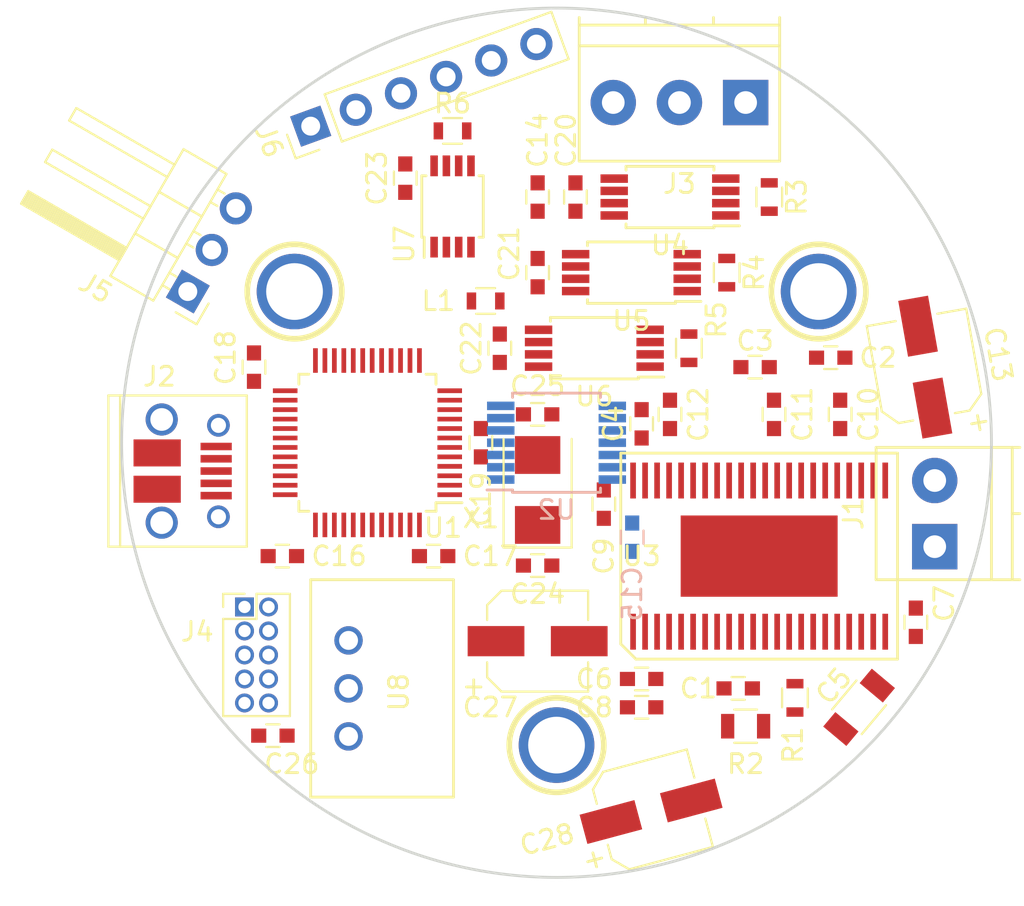
<source format=kicad_pcb>
(kicad_pcb (version 20170123) (host pcbnew no-vcs-found-cf87536~58~ubuntu16.04.1)

  (general
    (links 178)
    (no_connects 178)
    (area 70.368335 73.038032 127.0925 123.413292)
    (thickness 1.6)
    (drawings 4)
    (tracks 3)
    (zones 0)
    (modules 50)
    (nets 72)
  )

  (page A4)
  (layers
    (0 F.Cu signal)
    (31 B.Cu signal)
    (32 B.Adhes user)
    (33 F.Adhes user)
    (34 B.Paste user)
    (35 F.Paste user)
    (36 B.SilkS user)
    (37 F.SilkS user)
    (38 B.Mask user)
    (39 F.Mask user)
    (40 Dwgs.User user)
    (41 Cmts.User user)
    (42 Eco1.User user)
    (43 Eco2.User user)
    (44 Edge.Cuts user)
    (45 Margin user)
    (46 B.CrtYd user)
    (47 F.CrtYd user)
    (48 B.Fab user hide)
    (49 F.Fab user hide)
  )

  (setup
    (last_trace_width 0.25)
    (trace_clearance 0.2)
    (zone_clearance 0.508)
    (zone_45_only no)
    (trace_min 0.2)
    (segment_width 0.3)
    (edge_width 0.15)
    (via_size 0.8)
    (via_drill 0.4)
    (via_min_size 0.4)
    (via_min_drill 0.3)
    (uvia_size 0.3)
    (uvia_drill 0.1)
    (uvias_allowed no)
    (uvia_min_size 0.2)
    (uvia_min_drill 0.1)
    (pcb_text_width 0.3)
    (pcb_text_size 1.5 1.5)
    (mod_edge_width 0.15)
    (mod_text_size 1 1)
    (mod_text_width 0.15)
    (pad_size 1.7 1.7)
    (pad_drill 1.2)
    (pad_to_mask_clearance 0.2)
    (aux_axis_origin 0 0)
    (visible_elements FFFFFF7F)
    (pcbplotparams
      (layerselection 0x00030_ffffffff)
      (usegerberextensions false)
      (excludeedgelayer true)
      (linewidth 1.000000)
      (plotframeref false)
      (viasonmask false)
      (mode 1)
      (useauxorigin false)
      (hpglpennumber 1)
      (hpglpenspeed 20)
      (hpglpendiameter 15)
      (psnegative false)
      (psa4output false)
      (plotreference true)
      (plotvalue true)
      (plotinvisibletext false)
      (padsonsilk false)
      (subtractmaskfromsilk false)
      (outputformat 1)
      (mirror false)
      (drillshape 0)
      (scaleselection 1)
      (outputdirectory ""))
  )

  (net 0 "")
  (net 1 +3V3)
  (net 2 "Net-(U1-Pad29)")
  (net 3 "Net-(U1-Pad28)")
  (net 4 "Net-(U1-Pad27)")
  (net 5 "Net-(U1-Pad26)")
  (net 6 "Net-(U1-Pad25)")
  (net 7 "Net-(U1-Pad13)")
  (net 8 "Net-(U1-Pad12)")
  (net 9 "Net-(U1-Pad11)")
  (net 10 VAA)
  (net 11 "Net-(U1-Pad4)")
  (net 12 "Net-(U1-Pad3)")
  (net 13 "Net-(U2-Pad14)")
  (net 14 GND)
  (net 15 /ENC_MOSI)
  (net 16 /ENC_MISO)
  (net 17 /ENC_SCLK)
  (net 18 /ENC_CS)
  (net 19 +12V)
  (net 20 "Net-(U3-Pad42)")
  (net 21 "Net-(U3-Pad3)")
  (net 22 "Net-(U3-Pad4)")
  (net 23 "Net-(U3-Pad35)")
  (net 24 "Net-(U3-Pad34)")
  (net 25 "Net-(U3-Pad19)")
  (net 26 "Net-(U3-Pad25)")
  (net 27 "Net-(U3-Pad20)")
  (net 28 /PWMC)
  (net 29 /VREG)
  (net 30 /AGND)
  (net 31 /PWMB)
  (net 32 /PWMA)
  (net 33 /RSTC)
  (net 34 /RSTB)
  (net 35 /RSTA)
  (net 36 /FAULT)
  (net 37 /OTW)
  (net 38 /BSTC)
  (net 39 /BSTB)
  (net 40 /BSTA)
  (net 41 /OUTC)
  (net 42 /OUTB)
  (net 43 /OUTA)
  (net 44 /OCADJ)
  (net 45 "Net-(J2-Pad6)")
  (net 46 "Net-(J2-Pad4)")
  (net 47 "Net-(J2-Pad1)")
  (net 48 /USBD+)
  (net 49 /USBD-)
  (net 50 /SENSEC)
  (net 51 /SENSEB)
  (net 52 /SENSEA)
  (net 53 /AMPC)
  (net 54 /AMPA)
  (net 55 /AMPB)
  (net 56 /RS485B)
  (net 57 /RS485A)
  (net 58 /RS485DI)
  (net 59 /RS485DE)
  (net 60 /RS485RE)
  (net 61 /RS485RO)
  (net 62 /STDIN)
  (net 63 /STDOUT)
  (net 64 /SWCLK)
  (net 65 /SWDIO)
  (net 66 /NRST)
  (net 67 /OSC_OUT)
  (net 68 /OSC_IN)
  (net 69 "Net-(J4-Pad8)")
  (net 70 "Net-(J4-Pad7)")
  (net 71 "Net-(J4-Pad6)")

  (net_class Default "This is the default net class."
    (clearance 0.2)
    (trace_width 0.25)
    (via_dia 0.8)
    (via_drill 0.4)
    (uvia_dia 0.3)
    (uvia_drill 0.1)
    (add_net +12V)
    (add_net +3V3)
    (add_net /AGND)
    (add_net /AMPA)
    (add_net /AMPB)
    (add_net /AMPC)
    (add_net /BSTA)
    (add_net /BSTB)
    (add_net /BSTC)
    (add_net /ENC_CS)
    (add_net /ENC_MISO)
    (add_net /ENC_MOSI)
    (add_net /ENC_SCLK)
    (add_net /FAULT)
    (add_net /NRST)
    (add_net /OCADJ)
    (add_net /OSC_IN)
    (add_net /OSC_OUT)
    (add_net /OTW)
    (add_net /OUTA)
    (add_net /OUTB)
    (add_net /OUTC)
    (add_net /PWMA)
    (add_net /PWMB)
    (add_net /PWMC)
    (add_net /RS485A)
    (add_net /RS485B)
    (add_net /RS485DE)
    (add_net /RS485DI)
    (add_net /RS485RE)
    (add_net /RS485RO)
    (add_net /RSTA)
    (add_net /RSTB)
    (add_net /RSTC)
    (add_net /SENSEA)
    (add_net /SENSEB)
    (add_net /SENSEC)
    (add_net /STDIN)
    (add_net /STDOUT)
    (add_net /SWCLK)
    (add_net /SWDIO)
    (add_net /USBD+)
    (add_net /USBD-)
    (add_net /VREG)
    (add_net GND)
    (add_net "Net-(J2-Pad1)")
    (add_net "Net-(J2-Pad4)")
    (add_net "Net-(J2-Pad6)")
    (add_net "Net-(J4-Pad6)")
    (add_net "Net-(J4-Pad7)")
    (add_net "Net-(J4-Pad8)")
    (add_net "Net-(U1-Pad11)")
    (add_net "Net-(U1-Pad12)")
    (add_net "Net-(U1-Pad13)")
    (add_net "Net-(U1-Pad25)")
    (add_net "Net-(U1-Pad26)")
    (add_net "Net-(U1-Pad27)")
    (add_net "Net-(U1-Pad28)")
    (add_net "Net-(U1-Pad29)")
    (add_net "Net-(U1-Pad3)")
    (add_net "Net-(U1-Pad4)")
    (add_net "Net-(U2-Pad14)")
    (add_net "Net-(U3-Pad19)")
    (add_net "Net-(U3-Pad20)")
    (add_net "Net-(U3-Pad25)")
    (add_net "Net-(U3-Pad3)")
    (add_net "Net-(U3-Pad34)")
    (add_net "Net-(U3-Pad35)")
    (add_net "Net-(U3-Pad4)")
    (add_net "Net-(U3-Pad42)")
    (add_net VAA)
  )

  (module Capacitors_SMD:CP_Elec_5x5.8 (layer F.Cu) (tedit 58AA8B00) (tstamp 58F524DE)
    (at 105 119.5 15)
    (descr "SMT capacitor, aluminium electrolytic, 5x5.8")
    (path /58F50EEA)
    (attr smd)
    (fp_text reference C28 (at -5.700821 0.025384 15) (layer F.SilkS)
      (effects (font (size 1 1) (thickness 0.15)))
    )
    (fp_text value 100u (at 0 -3.92 15) (layer F.Fab)
      (effects (font (size 1 1) (thickness 0.15)))
    )
    (fp_circle (center 0 0) (end 0.1 2.4) (layer F.Fab) (width 0.1))
    (fp_text user + (at -1.38 -0.06 15) (layer F.Fab)
      (effects (font (size 1 1) (thickness 0.15)))
    )
    (fp_text user + (at -3.544825 1.638357 15) (layer F.SilkS)
      (effects (font (size 1 1) (thickness 0.15)))
    )
    (fp_text user %R (at 0 3.92 15) (layer F.Fab)
      (effects (font (size 1 1) (thickness 0.15)))
    )
    (fp_line (start 2.51 2.51) (end 2.51 -2.51) (layer F.Fab) (width 0.1))
    (fp_line (start -1.84 2.51) (end 2.51 2.51) (layer F.Fab) (width 0.1))
    (fp_line (start -2.51 1.84) (end -1.84 2.51) (layer F.Fab) (width 0.1))
    (fp_line (start -2.51 -1.84) (end -2.51 1.84) (layer F.Fab) (width 0.1))
    (fp_line (start -1.84 -2.51) (end -2.51 -1.84) (layer F.Fab) (width 0.1))
    (fp_line (start 2.51 -2.51) (end -1.84 -2.51) (layer F.Fab) (width 0.1))
    (fp_line (start 2.67 2.67) (end 2.67 1.12) (layer F.SilkS) (width 0.12))
    (fp_line (start 2.67 -2.67) (end 2.67 -1.12) (layer F.SilkS) (width 0.12))
    (fp_line (start -2.67 1.91) (end -2.67 1.12) (layer F.SilkS) (width 0.12))
    (fp_line (start -2.67 -1.909999) (end -2.67 -1.12) (layer F.SilkS) (width 0.12))
    (fp_line (start 2.67 -2.67) (end -1.91 -2.67) (layer F.SilkS) (width 0.12))
    (fp_line (start -1.91 -2.67) (end -2.67 -1.909999) (layer F.SilkS) (width 0.12))
    (fp_line (start -2.67 1.91) (end -1.909999 2.67) (layer F.SilkS) (width 0.12))
    (fp_line (start -1.909999 2.67) (end 2.67 2.67) (layer F.SilkS) (width 0.12))
    (fp_line (start -3.95 -2.77) (end 3.95 -2.77) (layer F.CrtYd) (width 0.05))
    (fp_line (start -3.95 -2.77) (end -3.95 2.760001) (layer F.CrtYd) (width 0.05))
    (fp_line (start 3.95 2.76) (end 3.95 -2.77) (layer F.CrtYd) (width 0.05))
    (fp_line (start 3.95 2.76) (end -3.95 2.760001) (layer F.CrtYd) (width 0.05))
    (pad 1 smd rect (at -2.2 0 195) (size 3 1.6) (layers F.Cu F.Paste F.Mask)
      (net 19 +12V))
    (pad 2 smd rect (at 2.2 0 195) (size 3 1.6) (layers F.Cu F.Paste F.Mask)
      (net 14 GND))
    (model Capacitors_SMD.3dshapes/CP_Elec_5x5.8.wrl
      (at (xyz 0 0 0))
      (scale (xyz 1 1 1))
      (rotate (xyz 0 0 180))
    )
  )

  (module Capacitors_SMD:CP_Elec_5x5.8 (layer F.Cu) (tedit 58AA8B00) (tstamp 58F5248D)
    (at 119.5 96 100)
    (descr "SMT capacitor, aluminium electrolytic, 5x5.8")
    (path /58EC408A)
    (attr smd)
    (fp_text reference C13 (at 0 3.92 100) (layer F.SilkS)
      (effects (font (size 1 1) (thickness 0.15)))
    )
    (fp_text value 100u (at 0 -3.92 100) (layer F.Fab)
      (effects (font (size 1 1) (thickness 0.15)))
    )
    (fp_line (start 3.95 2.76) (end -3.95 2.76) (layer F.CrtYd) (width 0.05))
    (fp_line (start 3.95 2.76) (end 3.95 -2.77) (layer F.CrtYd) (width 0.05))
    (fp_line (start -3.95 -2.77) (end -3.95 2.76) (layer F.CrtYd) (width 0.05))
    (fp_line (start -3.95 -2.77) (end 3.95 -2.77) (layer F.CrtYd) (width 0.05))
    (fp_line (start -1.91 2.67) (end 2.67 2.67) (layer F.SilkS) (width 0.12))
    (fp_line (start -2.67 1.91) (end -1.91 2.67) (layer F.SilkS) (width 0.12))
    (fp_line (start -1.91 -2.67) (end -2.67 -1.91) (layer F.SilkS) (width 0.12))
    (fp_line (start 2.67 -2.67) (end -1.91 -2.67) (layer F.SilkS) (width 0.12))
    (fp_line (start -2.67 -1.91) (end -2.67 -1.12) (layer F.SilkS) (width 0.12))
    (fp_line (start -2.67 1.91) (end -2.67 1.12) (layer F.SilkS) (width 0.12))
    (fp_line (start 2.67 -2.67) (end 2.67 -1.12) (layer F.SilkS) (width 0.12))
    (fp_line (start 2.67 2.67) (end 2.67 1.12) (layer F.SilkS) (width 0.12))
    (fp_line (start 2.51 -2.51) (end -1.84 -2.51) (layer F.Fab) (width 0.1))
    (fp_line (start -1.84 -2.51) (end -2.51 -1.84) (layer F.Fab) (width 0.1))
    (fp_line (start -2.51 -1.84) (end -2.51 1.84) (layer F.Fab) (width 0.1))
    (fp_line (start -2.51 1.84) (end -1.84 2.51) (layer F.Fab) (width 0.1))
    (fp_line (start -1.84 2.51) (end 2.51 2.51) (layer F.Fab) (width 0.1))
    (fp_line (start 2.51 2.51) (end 2.51 -2.51) (layer F.Fab) (width 0.1))
    (fp_text user %R (at 0 3.92 100) (layer F.Fab)
      (effects (font (size 1 1) (thickness 0.15)))
    )
    (fp_text user + (at -3.38 2.35 100) (layer F.SilkS)
      (effects (font (size 1 1) (thickness 0.15)))
    )
    (fp_text user + (at -1.38 -0.06 100) (layer F.Fab)
      (effects (font (size 1 1) (thickness 0.15)))
    )
    (fp_circle (center 0 0) (end 0.1 2.4) (layer F.Fab) (width 0.1))
    (pad 2 smd rect (at 2.2 0 280) (size 3 1.6) (layers F.Cu F.Paste F.Mask)
      (net 14 GND))
    (pad 1 smd rect (at -2.2 0 280) (size 3 1.6) (layers F.Cu F.Paste F.Mask)
      (net 19 +12V))
    (model Capacitors_SMD.3dshapes/CP_Elec_5x5.8.wrl
      (at (xyz 0 0 0))
      (scale (xyz 1 1 1))
      (rotate (xyz 0 0 180))
    )
  )

  (module Capacitors_SMD:CP_Elec_5x5.8 (layer F.Cu) (tedit 58AA8B00) (tstamp 58F079E8)
    (at 99 110.5)
    (descr "SMT capacitor, aluminium electrolytic, 5x5.8")
    (path /58F06E97)
    (attr smd)
    (fp_text reference C27 (at -2.5 3.5) (layer F.SilkS)
      (effects (font (size 1 1) (thickness 0.15)))
    )
    (fp_text value 100u (at 0 -3.92) (layer F.Fab)
      (effects (font (size 1 1) (thickness 0.15)))
    )
    (fp_line (start 3.95 2.76) (end -3.95 2.76) (layer F.CrtYd) (width 0.05))
    (fp_line (start 3.95 2.76) (end 3.95 -2.77) (layer F.CrtYd) (width 0.05))
    (fp_line (start -3.95 -2.77) (end -3.95 2.76) (layer F.CrtYd) (width 0.05))
    (fp_line (start -3.95 -2.77) (end 3.95 -2.77) (layer F.CrtYd) (width 0.05))
    (fp_line (start -1.91 2.67) (end 2.67 2.67) (layer F.SilkS) (width 0.12))
    (fp_line (start -2.67 1.91) (end -1.91 2.67) (layer F.SilkS) (width 0.12))
    (fp_line (start -1.91 -2.67) (end -2.67 -1.91) (layer F.SilkS) (width 0.12))
    (fp_line (start 2.67 -2.67) (end -1.91 -2.67) (layer F.SilkS) (width 0.12))
    (fp_line (start -2.67 -1.91) (end -2.67 -1.12) (layer F.SilkS) (width 0.12))
    (fp_line (start -2.67 1.91) (end -2.67 1.12) (layer F.SilkS) (width 0.12))
    (fp_line (start 2.67 -2.67) (end 2.67 -1.12) (layer F.SilkS) (width 0.12))
    (fp_line (start 2.67 2.67) (end 2.67 1.12) (layer F.SilkS) (width 0.12))
    (fp_line (start 2.51 -2.51) (end -1.84 -2.51) (layer F.Fab) (width 0.1))
    (fp_line (start -1.84 -2.51) (end -2.51 -1.84) (layer F.Fab) (width 0.1))
    (fp_line (start -2.51 -1.84) (end -2.51 1.84) (layer F.Fab) (width 0.1))
    (fp_line (start -2.51 1.84) (end -1.84 2.51) (layer F.Fab) (width 0.1))
    (fp_line (start -1.84 2.51) (end 2.51 2.51) (layer F.Fab) (width 0.1))
    (fp_line (start 2.51 2.51) (end 2.51 -2.51) (layer F.Fab) (width 0.1))
    (fp_text user %R (at 0 3.92) (layer F.Fab)
      (effects (font (size 1 1) (thickness 0.15)))
    )
    (fp_text user + (at -3.38 2.35) (layer F.SilkS)
      (effects (font (size 1 1) (thickness 0.15)))
    )
    (fp_text user + (at -1.38 -0.06) (layer F.Fab)
      (effects (font (size 1 1) (thickness 0.15)))
    )
    (fp_circle (center 0 0) (end 0.1 2.4) (layer F.Fab) (width 0.1))
    (pad 2 smd rect (at 2.2 0 180) (size 3 1.6) (layers F.Cu F.Paste F.Mask)
      (net 14 GND))
    (pad 1 smd rect (at -2.2 0 180) (size 3 1.6) (layers F.Cu F.Paste F.Mask)
      (net 1 +3V3))
    (model Capacitors_SMD.3dshapes/CP_Elec_5x5.8.wrl
      (at (xyz 0 0 0))
      (scale (xyz 1 1 1))
      (rotate (xyz 0 0 180))
    )
  )

  (module Pin_Headers:Pin_Header_Straight_2x05_Pitch1.27mm (layer F.Cu) (tedit 58CD4ED6) (tstamp 58F03EB7)
    (at 83.5 108.69)
    (descr "Through hole straight pin header, 2x05, 1.27mm pitch, double rows")
    (tags "Through hole pin header THT 2x05 1.27mm double row")
    (path /58EFF75E)
    (fp_text reference J4 (at -2.5 1.31) (layer F.SilkS)
      (effects (font (size 1 1) (thickness 0.15)))
    )
    (fp_text value CONN_02X05 (at 0.635 6.775) (layer F.Fab)
      (effects (font (size 1 1) (thickness 0.15)))
    )
    (fp_text user %R (at 0.635 -1.695) (layer F.Fab)
      (effects (font (size 1 1) (thickness 0.15)))
    )
    (fp_line (start 2.85 -1.15) (end -1.6 -1.15) (layer F.CrtYd) (width 0.05))
    (fp_line (start 2.85 6.25) (end 2.85 -1.15) (layer F.CrtYd) (width 0.05))
    (fp_line (start -1.6 6.249999) (end 2.85 6.25) (layer F.CrtYd) (width 0.05))
    (fp_line (start -1.6 -1.15) (end -1.6 6.249999) (layer F.CrtYd) (width 0.05))
    (fp_line (start -1.13 -0.695001) (end 0 -0.695) (layer F.SilkS) (width 0.12))
    (fp_line (start -1.13 0) (end -1.13 -0.695001) (layer F.SilkS) (width 0.12))
    (fp_line (start 0.635 0.635) (end -1.13 0.635) (layer F.SilkS) (width 0.12))
    (fp_line (start 0.635 -0.695) (end 0.635 0.635) (layer F.SilkS) (width 0.12))
    (fp_line (start 2.4 -0.695) (end 0.635 -0.695) (layer F.SilkS) (width 0.12))
    (fp_line (start 2.4 5.775) (end 2.4 -0.695) (layer F.SilkS) (width 0.12))
    (fp_line (start -1.13 5.775) (end 2.4 5.775) (layer F.SilkS) (width 0.12))
    (fp_line (start -1.13 0.635) (end -1.13 5.775) (layer F.SilkS) (width 0.12))
    (fp_line (start 2.34 -0.635) (end -1.07 -0.635) (layer F.Fab) (width 0.1))
    (fp_line (start 2.34 5.715) (end 2.34 -0.635) (layer F.Fab) (width 0.1))
    (fp_line (start -1.07 5.715) (end 2.34 5.715) (layer F.Fab) (width 0.1))
    (fp_line (start -1.07 -0.635) (end -1.07 5.715) (layer F.Fab) (width 0.1))
    (pad 10 thru_hole oval (at 1.27 5.08) (size 1 1) (drill 0.65) (layers *.Cu *.Mask)
      (net 66 /NRST))
    (pad 9 thru_hole oval (at 0 5.08) (size 1 1) (drill 0.65) (layers *.Cu *.Mask)
      (net 14 GND))
    (pad 8 thru_hole oval (at 1.27 3.81) (size 1 1) (drill 0.65) (layers *.Cu *.Mask)
      (net 69 "Net-(J4-Pad8)"))
    (pad 7 thru_hole oval (at 0 3.81) (size 1 1) (drill 0.65) (layers *.Cu *.Mask)
      (net 70 "Net-(J4-Pad7)"))
    (pad 6 thru_hole oval (at 1.27 2.54) (size 1 1) (drill 0.65) (layers *.Cu *.Mask)
      (net 71 "Net-(J4-Pad6)"))
    (pad 5 thru_hole oval (at -0.000001 2.54) (size 1 1) (drill 0.65) (layers *.Cu *.Mask)
      (net 14 GND))
    (pad 4 thru_hole oval (at 1.27 1.27) (size 1 1) (drill 0.65) (layers *.Cu *.Mask)
      (net 64 /SWCLK))
    (pad 3 thru_hole oval (at 0 1.27) (size 1 1) (drill 0.65) (layers *.Cu *.Mask)
      (net 14 GND))
    (pad 2 thru_hole oval (at 1.27 0) (size 1 1) (drill 0.65) (layers *.Cu *.Mask)
      (net 65 /SWDIO))
    (pad 1 thru_hole rect (at 0 0) (size 1 1) (drill 0.65) (layers *.Cu *.Mask)
      (net 1 +3V3))
  )

  (module Capacitors_SMD:C_0603 (layer F.Cu) (tedit 58AA844E) (tstamp 58EFEA9B)
    (at 85 115.5)
    (descr "Capacitor SMD 0603, reflow soldering, AVX (see smccp.pdf)")
    (tags "capacitor 0603")
    (path /58EFE813)
    (attr smd)
    (fp_text reference C26 (at 1 1.5) (layer F.SilkS)
      (effects (font (size 1 1) (thickness 0.15)))
    )
    (fp_text value 100n (at 0 1.5) (layer F.Fab)
      (effects (font (size 1 1) (thickness 0.15)))
    )
    (fp_line (start 1.4 0.65) (end -1.4 0.65) (layer F.CrtYd) (width 0.05))
    (fp_line (start 1.4 0.65) (end 1.4 -0.65) (layer F.CrtYd) (width 0.05))
    (fp_line (start -1.4 -0.65) (end -1.4 0.65) (layer F.CrtYd) (width 0.05))
    (fp_line (start -1.4 -0.65) (end 1.4 -0.65) (layer F.CrtYd) (width 0.05))
    (fp_line (start 0.35 0.6) (end -0.35 0.6) (layer F.SilkS) (width 0.12))
    (fp_line (start -0.35 -0.6) (end 0.35 -0.6) (layer F.SilkS) (width 0.12))
    (fp_line (start -0.8 -0.4) (end 0.8 -0.4) (layer F.Fab) (width 0.1))
    (fp_line (start 0.8 -0.4) (end 0.8 0.4) (layer F.Fab) (width 0.1))
    (fp_line (start 0.8 0.4) (end -0.8 0.4) (layer F.Fab) (width 0.1))
    (fp_line (start -0.8 0.4) (end -0.8 -0.4) (layer F.Fab) (width 0.1))
    (fp_text user %R (at 0 -1.5) (layer F.Fab)
      (effects (font (size 1 1) (thickness 0.15)))
    )
    (pad 2 smd rect (at 0.75 0) (size 0.8 0.75) (layers F.Cu F.Paste F.Mask)
      (net 66 /NRST))
    (pad 1 smd rect (at -0.75 0) (size 0.8 0.75) (layers F.Cu F.Paste F.Mask)
      (net 14 GND))
    (model Capacitors_SMD.3dshapes/C_0603.wrl
      (at (xyz 0 0 0))
      (scale (xyz 1 1 1))
      (rotate (xyz 0 0 0))
    )
  )

  (module Capacitors_SMD:C_0603 (layer F.Cu) (tedit 58AA844E) (tstamp 58EFDA0D)
    (at 99 106.5 180)
    (descr "Capacitor SMD 0603, reflow soldering, AVX (see smccp.pdf)")
    (tags "capacitor 0603")
    (path /58EFD6F0)
    (attr smd)
    (fp_text reference C24 (at 0 -1.5 180) (layer F.SilkS)
      (effects (font (size 1 1) (thickness 0.15)))
    )
    (fp_text value 12p (at 0 1.5 180) (layer F.Fab)
      (effects (font (size 1 1) (thickness 0.15)))
    )
    (fp_text user %R (at 0 -1.5 180) (layer F.Fab)
      (effects (font (size 1 1) (thickness 0.15)))
    )
    (fp_line (start -0.8 0.4) (end -0.8 -0.4) (layer F.Fab) (width 0.1))
    (fp_line (start 0.8 0.4) (end -0.8 0.4) (layer F.Fab) (width 0.1))
    (fp_line (start 0.8 -0.4) (end 0.8 0.4) (layer F.Fab) (width 0.1))
    (fp_line (start -0.8 -0.4) (end 0.8 -0.4) (layer F.Fab) (width 0.1))
    (fp_line (start -0.35 -0.6) (end 0.35 -0.6) (layer F.SilkS) (width 0.12))
    (fp_line (start 0.35 0.6) (end -0.35 0.6) (layer F.SilkS) (width 0.12))
    (fp_line (start -1.4 -0.65) (end 1.4 -0.65) (layer F.CrtYd) (width 0.05))
    (fp_line (start -1.4 -0.65) (end -1.4 0.65) (layer F.CrtYd) (width 0.05))
    (fp_line (start 1.4 0.65) (end 1.4 -0.65) (layer F.CrtYd) (width 0.05))
    (fp_line (start 1.4 0.65) (end -1.4 0.65) (layer F.CrtYd) (width 0.05))
    (pad 1 smd rect (at -0.75 0 180) (size 0.8 0.75) (layers F.Cu F.Paste F.Mask)
      (net 14 GND))
    (pad 2 smd rect (at 0.75 0 180) (size 0.8 0.75) (layers F.Cu F.Paste F.Mask)
      (net 68 /OSC_IN))
    (model Capacitors_SMD.3dshapes/C_0603.wrl
      (at (xyz 0 0 0))
      (scale (xyz 1 1 1))
      (rotate (xyz 0 0 0))
    )
  )

  (module Capacitors_SMD:C_0603 (layer F.Cu) (tedit 58AA844E) (tstamp 58EFD75C)
    (at 99 98.5)
    (descr "Capacitor SMD 0603, reflow soldering, AVX (see smccp.pdf)")
    (tags "capacitor 0603")
    (path /58EFDCD0)
    (attr smd)
    (fp_text reference C25 (at 0 -1.5) (layer F.SilkS)
      (effects (font (size 1 1) (thickness 0.15)))
    )
    (fp_text value 12p (at 0 1.5) (layer F.Fab)
      (effects (font (size 1 1) (thickness 0.15)))
    )
    (fp_line (start 1.4 0.65) (end -1.4 0.65) (layer F.CrtYd) (width 0.05))
    (fp_line (start 1.4 0.65) (end 1.4 -0.65) (layer F.CrtYd) (width 0.05))
    (fp_line (start -1.4 -0.65) (end -1.4 0.65) (layer F.CrtYd) (width 0.05))
    (fp_line (start -1.4 -0.65) (end 1.4 -0.65) (layer F.CrtYd) (width 0.05))
    (fp_line (start 0.35 0.6) (end -0.35 0.6) (layer F.SilkS) (width 0.12))
    (fp_line (start -0.35 -0.6) (end 0.35 -0.6) (layer F.SilkS) (width 0.12))
    (fp_line (start -0.8 -0.4) (end 0.8 -0.4) (layer F.Fab) (width 0.1))
    (fp_line (start 0.8 -0.4) (end 0.8 0.4) (layer F.Fab) (width 0.1))
    (fp_line (start 0.8 0.4) (end -0.8 0.4) (layer F.Fab) (width 0.1))
    (fp_line (start -0.8 0.4) (end -0.8 -0.4) (layer F.Fab) (width 0.1))
    (fp_text user %R (at 0 -1.5) (layer F.Fab)
      (effects (font (size 1 1) (thickness 0.15)))
    )
    (pad 2 smd rect (at 0.75 0) (size 0.8 0.75) (layers F.Cu F.Paste F.Mask)
      (net 67 /OSC_OUT))
    (pad 1 smd rect (at -0.75 0) (size 0.8 0.75) (layers F.Cu F.Paste F.Mask)
      (net 14 GND))
    (model Capacitors_SMD.3dshapes/C_0603.wrl
      (at (xyz 0 0 0))
      (scale (xyz 1 1 1))
      (rotate (xyz 0 0 0))
    )
  )

  (module Crystals:Crystal_SMD_5032-2pin_5.0x3.2mm (layer F.Cu) (tedit 58CD2E9C) (tstamp 58EFD6A9)
    (at 99 102.5 90)
    (descr "SMD Crystal SERIES SMD2520/2 http://www.icbase.com/File/PDF/HKC/HKC00061008.pdf, 5.0x3.2mm^2 package")
    (tags "SMD SMT crystal")
    (path /58EFD076)
    (attr smd)
    (fp_text reference X1 (at -1.5 -3 180) (layer F.SilkS)
      (effects (font (size 1 1) (thickness 0.15)))
    )
    (fp_text value "8 MHz" (at 0 2.8 90) (layer F.Fab)
      (effects (font (size 1 1) (thickness 0.15)))
    )
    (fp_circle (center 0 0) (end 0.093333 0) (layer F.Adhes) (width 0.186667))
    (fp_circle (center 0 0) (end 0.213333 0) (layer F.Adhes) (width 0.133333))
    (fp_circle (center 0 0) (end 0.333333 0) (layer F.Adhes) (width 0.133333))
    (fp_circle (center 0 0) (end 0.4 0) (layer F.Adhes) (width 0.1))
    (fp_line (start 3.1 -1.9) (end -3.1 -1.9) (layer F.CrtYd) (width 0.05))
    (fp_line (start 3.1 1.9) (end 3.1 -1.9) (layer F.CrtYd) (width 0.05))
    (fp_line (start -3.1 1.9) (end 3.1 1.9) (layer F.CrtYd) (width 0.05))
    (fp_line (start -3.1 -1.9) (end -3.1 1.9) (layer F.CrtYd) (width 0.05))
    (fp_line (start -3.05 1.8) (end 2.7 1.8) (layer F.SilkS) (width 0.12))
    (fp_line (start -3.05 -1.8) (end -3.05 1.8) (layer F.SilkS) (width 0.12))
    (fp_line (start 2.7 -1.8) (end -3.05 -1.8) (layer F.SilkS) (width 0.12))
    (fp_line (start -2.5 0.6) (end -1.5 1.6) (layer F.Fab) (width 0.1))
    (fp_line (start -2.5 -1.4) (end -2.3 -1.6) (layer F.Fab) (width 0.1))
    (fp_line (start -2.5 1.4) (end -2.5 -1.4) (layer F.Fab) (width 0.1))
    (fp_line (start -2.3 1.6) (end -2.5 1.4) (layer F.Fab) (width 0.1))
    (fp_line (start 2.3 1.6) (end -2.3 1.6) (layer F.Fab) (width 0.1))
    (fp_line (start 2.5 1.4) (end 2.3 1.6) (layer F.Fab) (width 0.1))
    (fp_line (start 2.5 -1.4) (end 2.5 1.4) (layer F.Fab) (width 0.1))
    (fp_line (start 2.3 -1.6) (end 2.5 -1.4) (layer F.Fab) (width 0.1))
    (fp_line (start -2.3 -1.6) (end 2.3 -1.6) (layer F.Fab) (width 0.1))
    (fp_text user %R (at 0 0 90) (layer F.Fab)
      (effects (font (size 1 1) (thickness 0.15)))
    )
    (pad 2 smd rect (at 1.85 0 90) (size 2 2.4) (layers F.Cu F.Paste F.Mask)
      (net 67 /OSC_OUT))
    (pad 1 smd rect (at -1.85 0 90) (size 2 2.4) (layers F.Cu F.Paste F.Mask)
      (net 68 /OSC_IN))
    (model ${KISYS3DMOD}/Crystals.3dshapes/Crystal_SMD_5032-2pin_5.0x3.2mm.wrl
      (at (xyz 0 0 0))
      (scale (xyz 0.393701 0.393701 0.393701))
      (rotate (xyz 0 0 0))
    )
  )

  (module Pin_Headers:Pin_Header_Straight_1x06_Pitch2.54mm (layer F.Cu) (tedit 58CD4EC1) (tstamp 58EFFD76)
    (at 87 83.25 110)
    (descr "Through hole straight pin header, 1x06, 2.54mm pitch, single row")
    (tags "Through hole pin header THT 1x06 2.54mm single row")
    (path /58EFCFA3)
    (fp_text reference J6 (at 0 -2.33 110) (layer F.SilkS)
      (effects (font (size 1 1) (thickness 0.15)))
    )
    (fp_text value CONN_01X06 (at 0 15.03 110) (layer F.Fab)
      (effects (font (size 1 1) (thickness 0.15)))
    )
    (fp_text user %R (at 0 -2.33 110) (layer F.Fab)
      (effects (font (size 1 1) (thickness 0.15)))
    )
    (fp_line (start 1.8 -1.8) (end -1.8 -1.8) (layer F.CrtYd) (width 0.05))
    (fp_line (start 1.8 14.5) (end 1.8 -1.8) (layer F.CrtYd) (width 0.05))
    (fp_line (start -1.8 14.5) (end 1.8 14.5) (layer F.CrtYd) (width 0.05))
    (fp_line (start -1.8 -1.8) (end -1.8 14.5) (layer F.CrtYd) (width 0.05))
    (fp_line (start -1.33 -1.33) (end 0 -1.33) (layer F.SilkS) (width 0.12))
    (fp_line (start -1.33 0) (end -1.33 -1.33) (layer F.SilkS) (width 0.12))
    (fp_line (start 1.33 1.27) (end -1.33 1.27) (layer F.SilkS) (width 0.12))
    (fp_line (start 1.33 14.03) (end 1.33 1.27) (layer F.SilkS) (width 0.12))
    (fp_line (start -1.33 14.03) (end 1.33 14.03) (layer F.SilkS) (width 0.12))
    (fp_line (start -1.33 1.27) (end -1.33 14.03) (layer F.SilkS) (width 0.12))
    (fp_line (start 1.27 -1.27) (end -1.27 -1.27) (layer F.Fab) (width 0.1))
    (fp_line (start 1.27 13.97) (end 1.27 -1.27) (layer F.Fab) (width 0.1))
    (fp_line (start -1.27 13.97) (end 1.27 13.97) (layer F.Fab) (width 0.1))
    (fp_line (start -1.27 -1.27) (end -1.27 13.97) (layer F.Fab) (width 0.1))
    (pad 6 thru_hole oval (at 0 12.7 110) (size 1.7 1.7) (drill 1) (layers *.Cu *.Mask)
      (net 57 /RS485A))
    (pad 5 thru_hole oval (at 0 10.16 110) (size 1.7 1.7) (drill 1) (layers *.Cu *.Mask)
      (net 57 /RS485A))
    (pad 4 thru_hole oval (at -0.000001 7.62 110) (size 1.7 1.7) (drill 1) (layers *.Cu *.Mask)
      (net 56 /RS485B))
    (pad 3 thru_hole oval (at 0 5.079999 110) (size 1.7 1.7) (drill 1) (layers *.Cu *.Mask)
      (net 56 /RS485B))
    (pad 2 thru_hole oval (at 0 2.54 110) (size 1.7 1.7) (drill 1) (layers *.Cu *.Mask)
      (net 14 GND))
    (pad 1 thru_hole rect (at 0 0 110) (size 1.7 1.7) (drill 1) (layers *.Cu *.Mask)
      (net 14 GND))
    (model ${KISYS3DMOD}/Pin_Headers.3dshapes/Pin_Header_Straight_1x06_Pitch2.54mm.wrl
      (at (xyz 0 -0.25 0))
      (scale (xyz 1 1 1))
      (rotate (xyz 0 0 90))
    )
  )

  (module Capacitors_SMD:C_0603 (layer F.Cu) (tedit 58AA844E) (tstamp 58EFE280)
    (at 99 87 90)
    (descr "Capacitor SMD 0603, reflow soldering, AVX (see smccp.pdf)")
    (tags "capacitor 0603")
    (path /58EFC6B0)
    (attr smd)
    (fp_text reference C14 (at 3 0 90) (layer F.SilkS)
      (effects (font (size 1 1) (thickness 0.15)))
    )
    (fp_text value 1u (at 0 1.5 90) (layer F.Fab)
      (effects (font (size 1 1) (thickness 0.15)))
    )
    (fp_line (start 1.4 0.65) (end -1.4 0.65) (layer F.CrtYd) (width 0.05))
    (fp_line (start 1.4 0.65) (end 1.4 -0.65) (layer F.CrtYd) (width 0.05))
    (fp_line (start -1.4 -0.65) (end -1.4 0.65) (layer F.CrtYd) (width 0.05))
    (fp_line (start -1.4 -0.65) (end 1.4 -0.65) (layer F.CrtYd) (width 0.05))
    (fp_line (start 0.35 0.6) (end -0.35 0.6) (layer F.SilkS) (width 0.12))
    (fp_line (start -0.35 -0.6) (end 0.35 -0.6) (layer F.SilkS) (width 0.12))
    (fp_line (start -0.8 -0.4) (end 0.8 -0.4) (layer F.Fab) (width 0.1))
    (fp_line (start 0.8 -0.4) (end 0.8 0.4) (layer F.Fab) (width 0.1))
    (fp_line (start 0.8 0.4) (end -0.8 0.4) (layer F.Fab) (width 0.1))
    (fp_line (start -0.8 0.4) (end -0.8 -0.4) (layer F.Fab) (width 0.1))
    (fp_text user %R (at 0 -1.5 90) (layer F.Fab)
      (effects (font (size 1 1) (thickness 0.15)))
    )
    (pad 2 smd rect (at 0.75 0 90) (size 0.8 0.75) (layers F.Cu F.Paste F.Mask)
      (net 10 VAA))
    (pad 1 smd rect (at -0.75 0 90) (size 0.8 0.75) (layers F.Cu F.Paste F.Mask)
      (net 14 GND))
    (model Capacitors_SMD.3dshapes/C_0603.wrl
      (at (xyz 0 0 0))
      (scale (xyz 1 1 1))
      (rotate (xyz 0 0 0))
    )
  )

  (module Pin_Headers:Pin_Header_Angled_1x03_Pitch2.54mm (layer F.Cu) (tedit 58CD4EC1) (tstamp 58EFCD1A)
    (at 80.5 92 150)
    (descr "Through hole angled pin header, 1x03, 2.54mm pitch, 6mm pin length, single row")
    (tags "Through hole angled pin header THT 1x03 2.54mm single row")
    (path /58EFAE2B)
    (fp_text reference J5 (at 4.315 -2.27 150) (layer F.SilkS)
      (effects (font (size 1 1) (thickness 0.15)))
    )
    (fp_text value CONN_01X03 (at 4.315 7.35 150) (layer F.Fab)
      (effects (font (size 1 1) (thickness 0.15)))
    )
    (fp_text user %R (at 4.315 -2.27 150) (layer F.Fab)
      (effects (font (size 1 1) (thickness 0.15)))
    )
    (fp_line (start 10.4 -1.8) (end -1.8 -1.8) (layer F.CrtYd) (width 0.05))
    (fp_line (start 10.4 6.85) (end 10.4 -1.8) (layer F.CrtYd) (width 0.05))
    (fp_line (start -1.8 6.85) (end 10.4 6.85) (layer F.CrtYd) (width 0.05))
    (fp_line (start -1.8 -1.8) (end -1.8 6.85) (layer F.CrtYd) (width 0.05))
    (fp_line (start -1.27 -1.27) (end 0 -1.27) (layer F.SilkS) (width 0.12))
    (fp_line (start -1.27 0) (end -1.27 -1.27) (layer F.SilkS) (width 0.12))
    (fp_line (start 0.91 5.46) (end 1.34 5.46) (layer F.SilkS) (width 0.12))
    (fp_line (start 0.91 4.7) (end 1.34 4.7) (layer F.SilkS) (width 0.12))
    (fp_line (start 9.96 4.7) (end 3.96 4.7) (layer F.SilkS) (width 0.12))
    (fp_line (start 9.96 5.46) (end 9.96 4.7) (layer F.SilkS) (width 0.12))
    (fp_line (start 3.96 5.46) (end 9.96 5.46) (layer F.SilkS) (width 0.12))
    (fp_line (start 3.96 4.7) (end 3.96 5.46) (layer F.SilkS) (width 0.12))
    (fp_line (start 3.96 3.81) (end 1.34 3.81) (layer F.SilkS) (width 0.12))
    (fp_line (start 3.96 6.41) (end 3.96 3.81) (layer F.SilkS) (width 0.12))
    (fp_line (start 1.34 6.41) (end 3.96 6.41) (layer F.SilkS) (width 0.12))
    (fp_line (start 1.34 3.81) (end 1.34 6.41) (layer F.SilkS) (width 0.12))
    (fp_line (start 0.91 2.92) (end 1.34 2.92) (layer F.SilkS) (width 0.12))
    (fp_line (start 0.91 2.16) (end 1.34 2.16) (layer F.SilkS) (width 0.12))
    (fp_line (start 9.96 2.16) (end 3.96 2.16) (layer F.SilkS) (width 0.12))
    (fp_line (start 9.96 2.92) (end 9.96 2.16) (layer F.SilkS) (width 0.12))
    (fp_line (start 3.96 2.92) (end 9.96 2.92) (layer F.SilkS) (width 0.12))
    (fp_line (start 3.96 2.16) (end 3.96 2.92) (layer F.SilkS) (width 0.12))
    (fp_line (start 3.96 1.27) (end 1.34 1.27) (layer F.SilkS) (width 0.12))
    (fp_line (start 3.96 3.81) (end 3.96 1.27) (layer F.SilkS) (width 0.12))
    (fp_line (start 1.34 3.81) (end 3.96 3.81) (layer F.SilkS) (width 0.12))
    (fp_line (start 1.34 1.27) (end 1.34 3.81) (layer F.SilkS) (width 0.12))
    (fp_line (start 3.96 0.34) (end 9.96 0.34) (layer F.SilkS) (width 0.12))
    (fp_line (start 3.96 0.22) (end 9.96 0.22) (layer F.SilkS) (width 0.12))
    (fp_line (start 3.96 0.1) (end 9.96 0.1) (layer F.SilkS) (width 0.12))
    (fp_line (start 3.96 -0.02) (end 9.96 -0.02) (layer F.SilkS) (width 0.12))
    (fp_line (start 3.96 -0.14) (end 9.96 -0.14) (layer F.SilkS) (width 0.12))
    (fp_line (start 3.96 -0.26) (end 9.96 -0.26) (layer F.SilkS) (width 0.12))
    (fp_line (start 0.91 0.38) (end 1.34 0.38) (layer F.SilkS) (width 0.12))
    (fp_line (start 0.91 -0.38) (end 1.34 -0.38) (layer F.SilkS) (width 0.12))
    (fp_line (start 9.96 -0.38) (end 3.96 -0.38) (layer F.SilkS) (width 0.12))
    (fp_line (start 9.96 0.38) (end 9.96 -0.38) (layer F.SilkS) (width 0.12))
    (fp_line (start 3.96 0.38) (end 9.96 0.38) (layer F.SilkS) (width 0.12))
    (fp_line (start 3.96 -0.38) (end 3.96 0.38) (layer F.SilkS) (width 0.12))
    (fp_line (start 3.96 -1.33) (end 1.34 -1.33) (layer F.SilkS) (width 0.12))
    (fp_line (start 3.96 1.27) (end 3.96 -1.33) (layer F.SilkS) (width 0.12))
    (fp_line (start 1.34 1.27) (end 3.96 1.27) (layer F.SilkS) (width 0.12))
    (fp_line (start 1.34 -1.33) (end 1.34 1.27) (layer F.SilkS) (width 0.12))
    (fp_line (start 9.9 4.76) (end 0 4.76) (layer F.Fab) (width 0.1))
    (fp_line (start 9.9 5.4) (end 9.9 4.76) (layer F.Fab) (width 0.1))
    (fp_line (start 0 5.4) (end 9.9 5.4) (layer F.Fab) (width 0.1))
    (fp_line (start 0 4.76) (end 0 5.4) (layer F.Fab) (width 0.1))
    (fp_line (start 3.9 3.81) (end 1.4 3.81) (layer F.Fab) (width 0.1))
    (fp_line (start 3.9 6.35) (end 3.9 3.81) (layer F.Fab) (width 0.1))
    (fp_line (start 1.4 6.35) (end 3.9 6.35) (layer F.Fab) (width 0.1))
    (fp_line (start 1.4 3.81) (end 1.4 6.35) (layer F.Fab) (width 0.1))
    (fp_line (start 9.9 2.22) (end 0 2.22) (layer F.Fab) (width 0.1))
    (fp_line (start 9.9 2.86) (end 9.9 2.22) (layer F.Fab) (width 0.1))
    (fp_line (start 0 2.86) (end 9.9 2.86) (layer F.Fab) (width 0.1))
    (fp_line (start 0 2.22) (end 0 2.86) (layer F.Fab) (width 0.1))
    (fp_line (start 3.9 1.27) (end 1.4 1.27) (layer F.Fab) (width 0.1))
    (fp_line (start 3.9 3.81) (end 3.9 1.27) (layer F.Fab) (width 0.1))
    (fp_line (start 1.4 3.81) (end 3.9 3.81) (layer F.Fab) (width 0.1))
    (fp_line (start 1.4 1.27) (end 1.4 3.81) (layer F.Fab) (width 0.1))
    (fp_line (start 9.9 -0.32) (end 0 -0.32) (layer F.Fab) (width 0.1))
    (fp_line (start 9.9 0.32) (end 9.9 -0.32) (layer F.Fab) (width 0.1))
    (fp_line (start 0 0.32) (end 9.9 0.32) (layer F.Fab) (width 0.1))
    (fp_line (start 0 -0.32) (end 0 0.32) (layer F.Fab) (width 0.1))
    (fp_line (start 3.9 -1.27) (end 1.4 -1.27) (layer F.Fab) (width 0.1))
    (fp_line (start 3.9 1.27) (end 3.9 -1.27) (layer F.Fab) (width 0.1))
    (fp_line (start 1.4 1.27) (end 3.9 1.27) (layer F.Fab) (width 0.1))
    (fp_line (start 1.4 -1.27) (end 1.4 1.27) (layer F.Fab) (width 0.1))
    (pad 3 thru_hole oval (at 0 5.08 150) (size 1.7 1.7) (drill 1) (layers *.Cu *.Mask)
      (net 14 GND))
    (pad 2 thru_hole oval (at 0 2.54 150) (size 1.7 1.7) (drill 1) (layers *.Cu *.Mask)
      (net 62 /STDIN))
    (pad 1 thru_hole rect (at 0 0 150) (size 1.7 1.7) (drill 1) (layers *.Cu *.Mask)
      (net 63 /STDOUT))
    (model ${KISYS3DMOD}/Pin_Headers.3dshapes/Pin_Header_Angled_1x03_Pitch2.54mm.wrl
      (at (xyz 0 -0.1 0))
      (scale (xyz 1 1 1))
      (rotate (xyz 0 0 90))
    )
  )

  (module Resistors_SMD:R_0603 (layer F.Cu) (tedit 58E0A804) (tstamp 58EFCC30)
    (at 96.25 92.5 180)
    (descr "Resistor SMD 0603, reflow soldering, Vishay (see dcrcw.pdf)")
    (tags "resistor 0603")
    (path /58EFB97F)
    (attr smd)
    (fp_text reference L1 (at 2.5 0 180) (layer F.SilkS)
      (effects (font (size 1 1) (thickness 0.15)))
    )
    (fp_text value ferrite (at 0 1.5 180) (layer F.Fab)
      (effects (font (size 1 1) (thickness 0.15)))
    )
    (fp_line (start 1.25 0.7) (end -1.25 0.7) (layer F.CrtYd) (width 0.05))
    (fp_line (start 1.25 0.7) (end 1.25 -0.7) (layer F.CrtYd) (width 0.05))
    (fp_line (start -1.25 -0.7) (end -1.25 0.7) (layer F.CrtYd) (width 0.05))
    (fp_line (start -1.25 -0.7) (end 1.25 -0.7) (layer F.CrtYd) (width 0.05))
    (fp_line (start -0.5 -0.68) (end 0.5 -0.68) (layer F.SilkS) (width 0.12))
    (fp_line (start 0.5 0.68) (end -0.5 0.68) (layer F.SilkS) (width 0.12))
    (fp_line (start -0.8 -0.4) (end 0.8 -0.4) (layer F.Fab) (width 0.1))
    (fp_line (start 0.8 -0.4) (end 0.8 0.4) (layer F.Fab) (width 0.1))
    (fp_line (start 0.8 0.4) (end -0.8 0.4) (layer F.Fab) (width 0.1))
    (fp_line (start -0.8 0.4) (end -0.8 -0.4) (layer F.Fab) (width 0.1))
    (fp_text user %R (at 0 0 180) (layer F.Fab)
      (effects (font (size 0.5 0.5) (thickness 0.075)))
    )
    (pad 2 smd rect (at 0.75 0 180) (size 0.5 0.9) (layers F.Cu F.Paste F.Mask)
      (net 1 +3V3))
    (pad 1 smd rect (at -0.75 0 180) (size 0.5 0.9) (layers F.Cu F.Paste F.Mask)
      (net 10 VAA))
    (model ${KISYS3DMOD}/Resistors_SMD.3dshapes/R_0603.wrl
      (at (xyz 0 0 0))
      (scale (xyz 1 1 1))
      (rotate (xyz 0 0 0))
    )
  )

  (module DCDC:R-78xx-0.5 (layer F.Cu) (tedit 58EEC345) (tstamp 58EEF0E8)
    (at 89 113 270)
    (path /58EECBBF)
    (fp_text reference U8 (at 0.197064 -2.658676 270) (layer F.SilkS)
      (effects (font (size 1 1) (thickness 0.15)))
    )
    (fp_text value R-78xx-0.5 (at 0 -2.54 270) (layer F.Fab)
      (effects (font (size 1 1) (thickness 0.15)))
    )
    (fp_line (start -5.75 2.000001) (end -5.75 -5.550001) (layer F.SilkS) (width 0.15))
    (fp_line (start -5.75 2.000001) (end 5.750001 2.000001) (layer F.SilkS) (width 0.15))
    (fp_line (start -5.75 -5.550001) (end 5.75 -5.550001) (layer F.SilkS) (width 0.15))
    (fp_line (start 5.75 -5.550001) (end 5.750001 2.000001) (layer F.SilkS) (width 0.15))
    (pad 3 thru_hole circle (at 2.54 0 270) (size 1.5 1.5) (drill 1) (layers *.Cu *.Mask)
      (net 1 +3V3))
    (pad 2 thru_hole circle (at 0 0 270) (size 1.5 1.5) (drill 1) (layers *.Cu *.Mask)
      (net 14 GND))
    (pad 1 thru_hole circle (at -2.54 0 270) (size 1.5 1.5) (drill 1) (layers *.Cu *.Mask)
      (net 19 +12V))
  )

  (module Resistors_SMD:R_0603 (layer F.Cu) (tedit 58E0A804) (tstamp 58ED4BC9)
    (at 94.5 83.5)
    (descr "Resistor SMD 0603, reflow soldering, Vishay (see dcrcw.pdf)")
    (tags "resistor 0603")
    (path /58ED346E)
    (attr smd)
    (fp_text reference R6 (at 0 -1.45) (layer F.SilkS)
      (effects (font (size 1 1) (thickness 0.15)))
    )
    (fp_text value 100 (at 0 1.5) (layer F.Fab)
      (effects (font (size 1 1) (thickness 0.15)))
    )
    (fp_line (start 1.25 0.7) (end -1.25 0.7) (layer F.CrtYd) (width 0.05))
    (fp_line (start 1.25 0.7) (end 1.25 -0.7) (layer F.CrtYd) (width 0.05))
    (fp_line (start -1.25 -0.7) (end -1.25 0.7) (layer F.CrtYd) (width 0.05))
    (fp_line (start -1.25 -0.7) (end 1.25 -0.7) (layer F.CrtYd) (width 0.05))
    (fp_line (start -0.5 -0.68) (end 0.5 -0.68) (layer F.SilkS) (width 0.12))
    (fp_line (start 0.5 0.68) (end -0.5 0.68) (layer F.SilkS) (width 0.12))
    (fp_line (start -0.8 -0.4) (end 0.8 -0.4) (layer F.Fab) (width 0.1))
    (fp_line (start 0.8 -0.4) (end 0.8 0.4) (layer F.Fab) (width 0.1))
    (fp_line (start 0.8 0.4) (end -0.8 0.4) (layer F.Fab) (width 0.1))
    (fp_line (start -0.8 0.4) (end -0.8 -0.4) (layer F.Fab) (width 0.1))
    (fp_text user %R (at 0 0) (layer F.Fab)
      (effects (font (size 0.5 0.5) (thickness 0.075)))
    )
    (pad 2 smd rect (at 0.75 0) (size 0.5 0.9) (layers F.Cu F.Paste F.Mask)
      (net 57 /RS485A))
    (pad 1 smd rect (at -0.75 0) (size 0.5 0.9) (layers F.Cu F.Paste F.Mask)
      (net 56 /RS485B))
    (model ${KISYS3DMOD}/Resistors_SMD.3dshapes/R_0603.wrl
      (at (xyz 0 0 0))
      (scale (xyz 1 1 1))
      (rotate (xyz 0 0 0))
    )
  )

  (module Capacitors_SMD:C_0603 (layer F.Cu) (tedit 58AA844E) (tstamp 58ED1AB7)
    (at 92 86 90)
    (descr "Capacitor SMD 0603, reflow soldering, AVX (see smccp.pdf)")
    (tags "capacitor 0603")
    (path /58ED2231)
    (attr smd)
    (fp_text reference C23 (at 0 -1.5 90) (layer F.SilkS)
      (effects (font (size 1 1) (thickness 0.15)))
    )
    (fp_text value 100n (at 0 1.5 90) (layer F.Fab)
      (effects (font (size 1 1) (thickness 0.15)))
    )
    (fp_line (start 1.4 0.65) (end -1.4 0.65) (layer F.CrtYd) (width 0.05))
    (fp_line (start 1.4 0.65) (end 1.4 -0.65) (layer F.CrtYd) (width 0.05))
    (fp_line (start -1.4 -0.65) (end -1.4 0.65) (layer F.CrtYd) (width 0.05))
    (fp_line (start -1.4 -0.65) (end 1.4 -0.65) (layer F.CrtYd) (width 0.05))
    (fp_line (start 0.35 0.6) (end -0.35 0.6) (layer F.SilkS) (width 0.12))
    (fp_line (start -0.35 -0.6) (end 0.35 -0.6) (layer F.SilkS) (width 0.12))
    (fp_line (start -0.8 -0.4) (end 0.8 -0.4) (layer F.Fab) (width 0.1))
    (fp_line (start 0.8 -0.4) (end 0.8 0.4) (layer F.Fab) (width 0.1))
    (fp_line (start 0.8 0.4) (end -0.8 0.4) (layer F.Fab) (width 0.1))
    (fp_line (start -0.8 0.4) (end -0.8 -0.4) (layer F.Fab) (width 0.1))
    (fp_text user %R (at 0 -1.5 90) (layer F.Fab)
      (effects (font (size 1 1) (thickness 0.15)))
    )
    (pad 2 smd rect (at 0.75 0 90) (size 0.8 0.75) (layers F.Cu F.Paste F.Mask)
      (net 1 +3V3))
    (pad 1 smd rect (at -0.75 0 90) (size 0.8 0.75) (layers F.Cu F.Paste F.Mask)
      (net 14 GND))
    (model Capacitors_SMD.3dshapes/C_0603.wrl
      (at (xyz 0 0 0))
      (scale (xyz 1 1 1))
      (rotate (xyz 0 0 0))
    )
  )

  (module Housings_SSOP:TSSOP-8_3x3mm_Pitch0.65mm (layer F.Cu) (tedit 54130A77) (tstamp 58ED1712)
    (at 94.5 87.5 90)
    (descr "TSSOP8: plastic thin shrink small outline package; 8 leads; body width 3 mm; (see NXP SSOP-TSSOP-VSO-REFLOW.pdf and sot505-1_po.pdf)")
    (tags "SSOP 0.65")
    (path /58ED0B86)
    (attr smd)
    (fp_text reference U7 (at -2 -2.55 90) (layer F.SilkS)
      (effects (font (size 1 1) (thickness 0.15)))
    )
    (fp_text value SN65HVD75 (at 0 2.55 90) (layer F.Fab)
      (effects (font (size 1 1) (thickness 0.15)))
    )
    (fp_text user %R (at 0 0 90) (layer F.Fab)
      (effects (font (size 0.6 0.6) (thickness 0.15)))
    )
    (fp_line (start -1.625 -1.5) (end -2.7 -1.5) (layer F.SilkS) (width 0.15))
    (fp_line (start -1.625 1.625) (end 1.625 1.625) (layer F.SilkS) (width 0.15))
    (fp_line (start -1.625 -1.625) (end 1.625 -1.625) (layer F.SilkS) (width 0.15))
    (fp_line (start -1.625 1.625) (end -1.625 1.4) (layer F.SilkS) (width 0.15))
    (fp_line (start 1.625 1.625) (end 1.625 1.4) (layer F.SilkS) (width 0.15))
    (fp_line (start 1.625 -1.625) (end 1.625 -1.4) (layer F.SilkS) (width 0.15))
    (fp_line (start -1.625 -1.625) (end -1.625 -1.5) (layer F.SilkS) (width 0.15))
    (fp_line (start -2.95 1.8) (end 2.95 1.8) (layer F.CrtYd) (width 0.05))
    (fp_line (start -2.95 -1.8) (end 2.95 -1.8) (layer F.CrtYd) (width 0.05))
    (fp_line (start 2.95 -1.8) (end 2.95 1.8) (layer F.CrtYd) (width 0.05))
    (fp_line (start -2.95 -1.8) (end -2.95 1.8) (layer F.CrtYd) (width 0.05))
    (fp_line (start -1.5 -0.5) (end -0.5 -1.5) (layer F.Fab) (width 0.15))
    (fp_line (start -1.5 1.5) (end -1.5 -0.5) (layer F.Fab) (width 0.15))
    (fp_line (start 1.5 1.5) (end -1.5 1.5) (layer F.Fab) (width 0.15))
    (fp_line (start 1.5 -1.5) (end 1.5 1.5) (layer F.Fab) (width 0.15))
    (fp_line (start -0.5 -1.5) (end 1.5 -1.5) (layer F.Fab) (width 0.15))
    (pad 8 smd rect (at 2.15 -0.975 90) (size 1.1 0.4) (layers F.Cu F.Paste F.Mask)
      (net 1 +3V3))
    (pad 7 smd rect (at 2.15 -0.325 90) (size 1.1 0.4) (layers F.Cu F.Paste F.Mask)
      (net 56 /RS485B))
    (pad 6 smd rect (at 2.15 0.325 90) (size 1.1 0.4) (layers F.Cu F.Paste F.Mask)
      (net 57 /RS485A))
    (pad 5 smd rect (at 2.15 0.975 90) (size 1.1 0.4) (layers F.Cu F.Paste F.Mask)
      (net 14 GND))
    (pad 4 smd rect (at -2.15 0.975 90) (size 1.1 0.4) (layers F.Cu F.Paste F.Mask)
      (net 58 /RS485DI))
    (pad 3 smd rect (at -2.15 0.325 90) (size 1.1 0.4) (layers F.Cu F.Paste F.Mask)
      (net 59 /RS485DE))
    (pad 2 smd rect (at -2.15 -0.325 90) (size 1.1 0.4) (layers F.Cu F.Paste F.Mask)
      (net 60 /RS485RE))
    (pad 1 smd rect (at -2.15 -0.975 90) (size 1.1 0.4) (layers F.Cu F.Paste F.Mask)
      (net 61 /RS485RO))
    (model ${KISYS3DMOD}/Housings_SSOP.3dshapes/TSSOP-8_3x3mm_Pitch0.65mm.wrl
      (at (xyz 0 0 0))
      (scale (xyz 1 1 1))
      (rotate (xyz 0 0 0))
    )
  )

  (module Terminal_Blocks:TerminalBlock_Pheonix_PT-3.5mm_2pol (layer F.Cu) (tedit 0) (tstamp 58ECF692)
    (at 120 105.5 90)
    (descr "2-way 3.5mm pitch terminal block, Phoenix PT series")
    (path /58ED2204)
    (fp_text reference J1 (at 1.75 -4.3 90) (layer F.SilkS)
      (effects (font (size 1 1) (thickness 0.15)))
    )
    (fp_text value CONN_01X02 (at 1.75 6 90) (layer F.Fab)
      (effects (font (size 1 1) (thickness 0.15)))
    )
    (fp_line (start 5.25 -3.1) (end -1.75 -3.1) (layer F.SilkS) (width 0.15))
    (fp_line (start 5.25 4.5) (end 5.25 -3.1) (layer F.SilkS) (width 0.15))
    (fp_line (start -1.75 -3.1) (end -1.75 4.5) (layer F.SilkS) (width 0.15))
    (fp_line (start -1.75 4.1) (end 5.25 4.1) (layer F.SilkS) (width 0.15))
    (fp_line (start -1.75 3) (end 5.25 3) (layer F.SilkS) (width 0.15))
    (fp_line (start 1.75 4.1) (end 1.75 4.5) (layer F.SilkS) (width 0.15))
    (fp_line (start 5.4 -3.3) (end 5.4 4.7) (layer F.CrtYd) (width 0.05))
    (fp_line (start 5.4 4.7) (end -1.9 4.7) (layer F.CrtYd) (width 0.05))
    (fp_line (start -1.9 4.7) (end -1.9 -3.3) (layer F.CrtYd) (width 0.05))
    (fp_line (start -1.9 -3.3) (end 5.4 -3.3) (layer F.CrtYd) (width 0.05))
    (pad 1 thru_hole rect (at 0 0 90) (size 2.4 2.4) (drill 1.2) (layers *.Cu *.Mask)
      (net 14 GND))
    (pad 2 thru_hole circle (at 3.5 0 90) (size 2.4 2.4) (drill 1.2) (layers *.Cu *.Mask)
      (net 19 +12V))
    (model Terminal_Blocks.3dshapes/TerminalBlock_Pheonix_PT-3.5mm_2pol.wrl
      (at (xyz 0 0 0))
      (scale (xyz 1 1 1))
      (rotate (xyz 0 0 0))
    )
  )

  (module Terminal_Blocks:TerminalBlock_Pheonix_PT-3.5mm_3pol (layer F.Cu) (tedit 56301605) (tstamp 58ECF66F)
    (at 110 82 180)
    (descr "3-way 3.5mm pitch terminal block, Phoenix PT series")
    (path /58ED201E)
    (fp_text reference J3 (at 3.5 -4.3 180) (layer F.SilkS)
      (effects (font (size 1 1) (thickness 0.15)))
    )
    (fp_text value CONN_01X03 (at 3.5 6 180) (layer F.Fab)
      (effects (font (size 1 1) (thickness 0.15)))
    )
    (fp_line (start 8.8 -3.1) (end -1.8 -3.1) (layer F.SilkS) (width 0.15))
    (fp_line (start 8.8 4.5) (end 8.8 -3.1) (layer F.SilkS) (width 0.15))
    (fp_line (start -1.8 -3.1) (end -1.8 4.5) (layer F.SilkS) (width 0.15))
    (fp_line (start -1.8 4.1) (end 8.8 4.1) (layer F.SilkS) (width 0.15))
    (fp_line (start -1.8 3) (end 8.8 3) (layer F.SilkS) (width 0.15))
    (fp_line (start 5.3 4.1) (end 5.3 4.5) (layer F.SilkS) (width 0.15))
    (fp_line (start 1.7 4.1) (end 1.7 4.5) (layer F.SilkS) (width 0.15))
    (fp_line (start 9 -3.3) (end 9 4.7) (layer F.CrtYd) (width 0.05))
    (fp_line (start 9 4.7) (end -2 4.7) (layer F.CrtYd) (width 0.05))
    (fp_line (start -2 4.7) (end -2 -3.3) (layer F.CrtYd) (width 0.05))
    (fp_line (start -2 -3.3) (end 9 -3.3) (layer F.CrtYd) (width 0.05))
    (pad 1 thru_hole rect (at 0 0 180) (size 2.4 2.4) (drill 1.2) (layers *.Cu *.Mask)
      (net 43 /OUTA))
    (pad 3 thru_hole circle (at 7 0 180) (size 2.4 2.4) (drill 1.2) (layers *.Cu *.Mask)
      (net 41 /OUTC))
    (pad 2 thru_hole circle (at 3.5 0 180) (size 2.4 2.4) (drill 1.2) (layers *.Cu *.Mask)
      (net 42 /OUTB))
    (model Terminal_Blocks.3dshapes/TerminalBlock_Pheonix_PT-3.5mm_3pol.wrl
      (at (xyz 0 0 0))
      (scale (xyz 1 1 1))
      (rotate (xyz 0 0 0))
    )
  )

  (module Capacitors_SMD:C_0603 (layer F.Cu) (tedit 58AA844E) (tstamp 58ECD294)
    (at 97 95 90)
    (descr "Capacitor SMD 0603, reflow soldering, AVX (see smccp.pdf)")
    (tags "capacitor 0603")
    (path /58ED0D5D)
    (attr smd)
    (fp_text reference C22 (at 0 -1.5 90) (layer F.SilkS)
      (effects (font (size 1 1) (thickness 0.15)))
    )
    (fp_text value 100n (at 0 1.5 90) (layer F.Fab)
      (effects (font (size 1 1) (thickness 0.15)))
    )
    (fp_line (start 1.4 0.65) (end -1.4 0.65) (layer F.CrtYd) (width 0.05))
    (fp_line (start 1.4 0.65) (end 1.4 -0.65) (layer F.CrtYd) (width 0.05))
    (fp_line (start -1.4 -0.65) (end -1.4 0.65) (layer F.CrtYd) (width 0.05))
    (fp_line (start -1.4 -0.65) (end 1.4 -0.65) (layer F.CrtYd) (width 0.05))
    (fp_line (start 0.35 0.6) (end -0.35 0.6) (layer F.SilkS) (width 0.12))
    (fp_line (start -0.35 -0.6) (end 0.35 -0.6) (layer F.SilkS) (width 0.12))
    (fp_line (start -0.8 -0.4) (end 0.8 -0.4) (layer F.Fab) (width 0.1))
    (fp_line (start 0.8 -0.4) (end 0.8 0.4) (layer F.Fab) (width 0.1))
    (fp_line (start 0.8 0.4) (end -0.8 0.4) (layer F.Fab) (width 0.1))
    (fp_line (start -0.8 0.4) (end -0.8 -0.4) (layer F.Fab) (width 0.1))
    (fp_text user %R (at 0 -1.5 90) (layer F.Fab)
      (effects (font (size 1 1) (thickness 0.15)))
    )
    (pad 2 smd rect (at 0.75 0 90) (size 0.8 0.75) (layers F.Cu F.Paste F.Mask)
      (net 10 VAA))
    (pad 1 smd rect (at -0.75 0 90) (size 0.8 0.75) (layers F.Cu F.Paste F.Mask)
      (net 14 GND))
    (model Capacitors_SMD.3dshapes/C_0603.wrl
      (at (xyz 0 0 0))
      (scale (xyz 1 1 1))
      (rotate (xyz 0 0 0))
    )
  )

  (module Capacitors_SMD:C_0603 (layer F.Cu) (tedit 58AA844E) (tstamp 58ECD263)
    (at 99 91 90)
    (descr "Capacitor SMD 0603, reflow soldering, AVX (see smccp.pdf)")
    (tags "capacitor 0603")
    (path /58ED0B91)
    (attr smd)
    (fp_text reference C21 (at 1 -1.5 90) (layer F.SilkS)
      (effects (font (size 1 1) (thickness 0.15)))
    )
    (fp_text value 100n (at 0 1.5 90) (layer F.Fab)
      (effects (font (size 1 1) (thickness 0.15)))
    )
    (fp_text user %R (at 0 -1.5 90) (layer F.Fab)
      (effects (font (size 1 1) (thickness 0.15)))
    )
    (fp_line (start -0.8 0.4) (end -0.8 -0.4) (layer F.Fab) (width 0.1))
    (fp_line (start 0.8 0.4) (end -0.8 0.4) (layer F.Fab) (width 0.1))
    (fp_line (start 0.8 -0.4) (end 0.8 0.4) (layer F.Fab) (width 0.1))
    (fp_line (start -0.8 -0.4) (end 0.8 -0.4) (layer F.Fab) (width 0.1))
    (fp_line (start -0.35 -0.6) (end 0.35 -0.6) (layer F.SilkS) (width 0.12))
    (fp_line (start 0.35 0.6) (end -0.35 0.6) (layer F.SilkS) (width 0.12))
    (fp_line (start -1.4 -0.65) (end 1.4 -0.65) (layer F.CrtYd) (width 0.05))
    (fp_line (start -1.4 -0.65) (end -1.4 0.65) (layer F.CrtYd) (width 0.05))
    (fp_line (start 1.4 0.65) (end 1.4 -0.65) (layer F.CrtYd) (width 0.05))
    (fp_line (start 1.4 0.65) (end -1.4 0.65) (layer F.CrtYd) (width 0.05))
    (pad 1 smd rect (at -0.75 0 90) (size 0.8 0.75) (layers F.Cu F.Paste F.Mask)
      (net 14 GND))
    (pad 2 smd rect (at 0.75 0 90) (size 0.8 0.75) (layers F.Cu F.Paste F.Mask)
      (net 10 VAA))
    (model Capacitors_SMD.3dshapes/C_0603.wrl
      (at (xyz 0 0 0))
      (scale (xyz 1 1 1))
      (rotate (xyz 0 0 0))
    )
  )

  (module Capacitors_SMD:C_0603 (layer F.Cu) (tedit 58AA844E) (tstamp 58ECD0B2)
    (at 101 87 90)
    (descr "Capacitor SMD 0603, reflow soldering, AVX (see smccp.pdf)")
    (tags "capacitor 0603")
    (path /58ED04E1)
    (attr smd)
    (fp_text reference C20 (at 3 -0.5 90) (layer F.SilkS)
      (effects (font (size 1 1) (thickness 0.15)))
    )
    (fp_text value 100n (at 0 1.5 90) (layer F.Fab)
      (effects (font (size 1 1) (thickness 0.15)))
    )
    (fp_line (start 1.4 0.65) (end -1.4 0.65) (layer F.CrtYd) (width 0.05))
    (fp_line (start 1.4 0.65) (end 1.4 -0.65) (layer F.CrtYd) (width 0.05))
    (fp_line (start -1.4 -0.65) (end -1.4 0.65) (layer F.CrtYd) (width 0.05))
    (fp_line (start -1.4 -0.65) (end 1.4 -0.65) (layer F.CrtYd) (width 0.05))
    (fp_line (start 0.35 0.6) (end -0.35 0.6) (layer F.SilkS) (width 0.12))
    (fp_line (start -0.35 -0.6) (end 0.35 -0.6) (layer F.SilkS) (width 0.12))
    (fp_line (start -0.8 -0.4) (end 0.8 -0.4) (layer F.Fab) (width 0.1))
    (fp_line (start 0.8 -0.4) (end 0.8 0.4) (layer F.Fab) (width 0.1))
    (fp_line (start 0.8 0.4) (end -0.8 0.4) (layer F.Fab) (width 0.1))
    (fp_line (start -0.8 0.4) (end -0.8 -0.4) (layer F.Fab) (width 0.1))
    (fp_text user %R (at 0 -1.5 90) (layer F.Fab)
      (effects (font (size 1 1) (thickness 0.15)))
    )
    (pad 2 smd rect (at 0.75 0 90) (size 0.8 0.75) (layers F.Cu F.Paste F.Mask)
      (net 10 VAA))
    (pad 1 smd rect (at -0.75 0 90) (size 0.8 0.75) (layers F.Cu F.Paste F.Mask)
      (net 14 GND))
    (model Capacitors_SMD.3dshapes/C_0603.wrl
      (at (xyz 0 0 0))
      (scale (xyz 1 1 1))
      (rotate (xyz 0 0 0))
    )
  )

  (module Housings_SSOP:TSSOP-8_4.4x3mm_Pitch0.65mm (layer F.Cu) (tedit 54130A77) (tstamp 58ECCEEF)
    (at 103.96072 91 180)
    (descr "8-Lead Plastic Thin Shrink Small Outline (ST)-4.4 mm Body [TSSOP] (see Microchip Packaging Specification 00000049BS.pdf)")
    (tags "SSOP 0.65")
    (path /58ED0B68)
    (attr smd)
    (fp_text reference U5 (at 0 -2.55 180) (layer F.SilkS)
      (effects (font (size 1 1) (thickness 0.15)))
    )
    (fp_text value INA240 (at 0 2.55 180) (layer F.Fab)
      (effects (font (size 1 1) (thickness 0.15)))
    )
    (fp_line (start -2.325 -1.525) (end -3.675 -1.525) (layer F.SilkS) (width 0.15))
    (fp_line (start -2.325 1.625) (end 2.325 1.625) (layer F.SilkS) (width 0.15))
    (fp_line (start -2.325 -1.625) (end 2.325 -1.625) (layer F.SilkS) (width 0.15))
    (fp_line (start -2.325 1.625) (end -2.325 1.425) (layer F.SilkS) (width 0.15))
    (fp_line (start 2.325 1.625) (end 2.325 1.425) (layer F.SilkS) (width 0.15))
    (fp_line (start 2.325 -1.625) (end 2.325 -1.425) (layer F.SilkS) (width 0.15))
    (fp_line (start -2.325 -1.625) (end -2.325 -1.525) (layer F.SilkS) (width 0.15))
    (fp_line (start -3.95 1.8) (end 3.95 1.8) (layer F.CrtYd) (width 0.05))
    (fp_line (start -3.95 -1.8) (end 3.95 -1.8) (layer F.CrtYd) (width 0.05))
    (fp_line (start 3.95 -1.8) (end 3.95 1.8) (layer F.CrtYd) (width 0.05))
    (fp_line (start -3.95 -1.8) (end -3.95 1.8) (layer F.CrtYd) (width 0.05))
    (fp_line (start -2.2 -0.5) (end -1.2 -1.5) (layer F.Fab) (width 0.15))
    (fp_line (start -2.2 1.5) (end -2.2 -0.5) (layer F.Fab) (width 0.15))
    (fp_line (start 2.2 1.5) (end -2.2 1.5) (layer F.Fab) (width 0.15))
    (fp_line (start 2.2 -1.5) (end 2.2 1.5) (layer F.Fab) (width 0.15))
    (fp_line (start -1.2 -1.5) (end 2.2 -1.5) (layer F.Fab) (width 0.15))
    (pad 8 smd rect (at 2.95 -0.975 180) (size 1.45 0.45) (layers F.Cu F.Paste F.Mask)
      (net 55 /AMPB))
    (pad 7 smd rect (at 2.95 -0.325 180) (size 1.45 0.45) (layers F.Cu F.Paste F.Mask)
      (net 14 GND))
    (pad 6 smd rect (at 2.95 0.325 180) (size 1.45 0.45) (layers F.Cu F.Paste F.Mask)
      (net 10 VAA))
    (pad 5 smd rect (at 2.95 0.975 180) (size 1.45 0.45) (layers F.Cu F.Paste F.Mask)
      (net 10 VAA))
    (pad 4 smd rect (at -2.95 0.975 180) (size 1.45 0.45) (layers F.Cu F.Paste F.Mask)
      (net 14 GND))
    (pad 3 smd rect (at -2.95 0.325 180) (size 1.45 0.45) (layers F.Cu F.Paste F.Mask)
      (net 42 /OUTB))
    (pad 2 smd rect (at -2.95 -0.325 180) (size 1.45 0.45) (layers F.Cu F.Paste F.Mask)
      (net 51 /SENSEB))
    (pad 1 smd rect (at -2.95 -0.975 180) (size 1.45 0.45) (layers F.Cu F.Paste F.Mask)
      (net 14 GND))
    (model Housings_SSOP.3dshapes/TSSOP-8_4.4x3mm_Pitch0.65mm.wrl
      (at (xyz 0 0 0))
      (scale (xyz 1 1 1))
      (rotate (xyz 0 0 0))
    )
  )

  (module Housings_SSOP:TSSOP-8_4.4x3mm_Pitch0.65mm (layer F.Cu) (tedit 54130A77) (tstamp 58ECCE83)
    (at 106 87 180)
    (descr "8-Lead Plastic Thin Shrink Small Outline (ST)-4.4 mm Body [TSSOP] (see Microchip Packaging Specification 00000049BS.pdf)")
    (tags "SSOP 0.65")
    (path /58ECD552)
    (attr smd)
    (fp_text reference U4 (at 0 -2.55 180) (layer F.SilkS)
      (effects (font (size 1 1) (thickness 0.15)))
    )
    (fp_text value INA240 (at 0 2.55 180) (layer F.Fab)
      (effects (font (size 1 1) (thickness 0.15)))
    )
    (fp_line (start -1.2 -1.5) (end 2.2 -1.5) (layer F.Fab) (width 0.15))
    (fp_line (start 2.2 -1.5) (end 2.2 1.5) (layer F.Fab) (width 0.15))
    (fp_line (start 2.2 1.5) (end -2.2 1.5) (layer F.Fab) (width 0.15))
    (fp_line (start -2.2 1.5) (end -2.2 -0.5) (layer F.Fab) (width 0.15))
    (fp_line (start -2.2 -0.5) (end -1.2 -1.5) (layer F.Fab) (width 0.15))
    (fp_line (start -3.95 -1.8) (end -3.95 1.8) (layer F.CrtYd) (width 0.05))
    (fp_line (start 3.95 -1.8) (end 3.95 1.8) (layer F.CrtYd) (width 0.05))
    (fp_line (start -3.95 -1.8) (end 3.95 -1.8) (layer F.CrtYd) (width 0.05))
    (fp_line (start -3.95 1.8) (end 3.95 1.8) (layer F.CrtYd) (width 0.05))
    (fp_line (start -2.325 -1.625) (end -2.325 -1.525) (layer F.SilkS) (width 0.15))
    (fp_line (start 2.325 -1.625) (end 2.325 -1.425) (layer F.SilkS) (width 0.15))
    (fp_line (start 2.325 1.625) (end 2.325 1.425) (layer F.SilkS) (width 0.15))
    (fp_line (start -2.325 1.625) (end -2.325 1.425) (layer F.SilkS) (width 0.15))
    (fp_line (start -2.325 -1.625) (end 2.325 -1.625) (layer F.SilkS) (width 0.15))
    (fp_line (start -2.325 1.625) (end 2.325 1.625) (layer F.SilkS) (width 0.15))
    (fp_line (start -2.325 -1.525) (end -3.675 -1.525) (layer F.SilkS) (width 0.15))
    (pad 1 smd rect (at -2.95 -0.975 180) (size 1.45 0.45) (layers F.Cu F.Paste F.Mask)
      (net 14 GND))
    (pad 2 smd rect (at -2.95 -0.325 180) (size 1.45 0.45) (layers F.Cu F.Paste F.Mask)
      (net 52 /SENSEA))
    (pad 3 smd rect (at -2.95 0.325 180) (size 1.45 0.45) (layers F.Cu F.Paste F.Mask)
      (net 43 /OUTA))
    (pad 4 smd rect (at -2.95 0.975 180) (size 1.45 0.45) (layers F.Cu F.Paste F.Mask)
      (net 14 GND))
    (pad 5 smd rect (at 2.95 0.975 180) (size 1.45 0.45) (layers F.Cu F.Paste F.Mask)
      (net 10 VAA))
    (pad 6 smd rect (at 2.95 0.325 180) (size 1.45 0.45) (layers F.Cu F.Paste F.Mask)
      (net 10 VAA))
    (pad 7 smd rect (at 2.95 -0.325 180) (size 1.45 0.45) (layers F.Cu F.Paste F.Mask)
      (net 14 GND))
    (pad 8 smd rect (at 2.95 -0.975 180) (size 1.45 0.45) (layers F.Cu F.Paste F.Mask)
      (net 54 /AMPA))
    (model Housings_SSOP.3dshapes/TSSOP-8_4.4x3mm_Pitch0.65mm.wrl
      (at (xyz 0 0 0))
      (scale (xyz 1 1 1))
      (rotate (xyz 0 0 0))
    )
  )

  (module Housings_SSOP:TSSOP-8_4.4x3mm_Pitch0.65mm (layer F.Cu) (tedit 54130A77) (tstamp 58ECCE4C)
    (at 102 95 180)
    (descr "8-Lead Plastic Thin Shrink Small Outline (ST)-4.4 mm Body [TSSOP] (see Microchip Packaging Specification 00000049BS.pdf)")
    (tags "SSOP 0.65")
    (path /58ED0D34)
    (attr smd)
    (fp_text reference U6 (at 0 -2.55 180) (layer F.SilkS)
      (effects (font (size 1 1) (thickness 0.15)))
    )
    (fp_text value INA240 (at 0 2.55 180) (layer F.Fab)
      (effects (font (size 1 1) (thickness 0.15)))
    )
    (fp_line (start -2.325 -1.525) (end -3.675 -1.525) (layer F.SilkS) (width 0.15))
    (fp_line (start -2.325 1.625) (end 2.325 1.625) (layer F.SilkS) (width 0.15))
    (fp_line (start -2.325 -1.625) (end 2.325 -1.625) (layer F.SilkS) (width 0.15))
    (fp_line (start -2.325 1.625) (end -2.325 1.425) (layer F.SilkS) (width 0.15))
    (fp_line (start 2.325 1.625) (end 2.325 1.425) (layer F.SilkS) (width 0.15))
    (fp_line (start 2.325 -1.625) (end 2.325 -1.425) (layer F.SilkS) (width 0.15))
    (fp_line (start -2.325 -1.625) (end -2.325 -1.525) (layer F.SilkS) (width 0.15))
    (fp_line (start -3.95 1.8) (end 3.95 1.8) (layer F.CrtYd) (width 0.05))
    (fp_line (start -3.95 -1.8) (end 3.95 -1.8) (layer F.CrtYd) (width 0.05))
    (fp_line (start 3.95 -1.8) (end 3.95 1.8) (layer F.CrtYd) (width 0.05))
    (fp_line (start -3.95 -1.8) (end -3.95 1.8) (layer F.CrtYd) (width 0.05))
    (fp_line (start -2.2 -0.5) (end -1.2 -1.5) (layer F.Fab) (width 0.15))
    (fp_line (start -2.2 1.5) (end -2.2 -0.5) (layer F.Fab) (width 0.15))
    (fp_line (start 2.2 1.5) (end -2.2 1.5) (layer F.Fab) (width 0.15))
    (fp_line (start 2.2 -1.5) (end 2.2 1.5) (layer F.Fab) (width 0.15))
    (fp_line (start -1.2 -1.5) (end 2.2 -1.5) (layer F.Fab) (width 0.15))
    (pad 8 smd rect (at 2.95 -0.975 180) (size 1.45 0.45) (layers F.Cu F.Paste F.Mask)
      (net 53 /AMPC))
    (pad 7 smd rect (at 2.95 -0.325 180) (size 1.45 0.45) (layers F.Cu F.Paste F.Mask)
      (net 14 GND))
    (pad 6 smd rect (at 2.95 0.325 180) (size 1.45 0.45) (layers F.Cu F.Paste F.Mask)
      (net 10 VAA))
    (pad 5 smd rect (at 2.95 0.975 180) (size 1.45 0.45) (layers F.Cu F.Paste F.Mask)
      (net 10 VAA))
    (pad 4 smd rect (at -2.95 0.975 180) (size 1.45 0.45) (layers F.Cu F.Paste F.Mask)
      (net 14 GND))
    (pad 3 smd rect (at -2.95 0.325 180) (size 1.45 0.45) (layers F.Cu F.Paste F.Mask)
      (net 41 /OUTC))
    (pad 2 smd rect (at -2.95 -0.325 180) (size 1.45 0.45) (layers F.Cu F.Paste F.Mask)
      (net 50 /SENSEC))
    (pad 1 smd rect (at -2.95 -0.975 180) (size 1.45 0.45) (layers F.Cu F.Paste F.Mask)
      (net 14 GND))
    (model Housings_SSOP.3dshapes/TSSOP-8_4.4x3mm_Pitch0.65mm.wrl
      (at (xyz 0 0 0))
      (scale (xyz 1 1 1))
      (rotate (xyz 0 0 0))
    )
  )

  (module Resistors_SMD:R_0603 (layer F.Cu) (tedit 58E0A804) (tstamp 58ECCE10)
    (at 107 95 270)
    (descr "Resistor SMD 0603, reflow soldering, Vishay (see dcrcw.pdf)")
    (tags "resistor 0603")
    (path /58ED0D28)
    (attr smd)
    (fp_text reference R5 (at -1.5 -1.45 270) (layer F.SilkS)
      (effects (font (size 1 1) (thickness 0.15)))
    )
    (fp_text value 0R05 (at 0 1.5 270) (layer F.Fab)
      (effects (font (size 1 1) (thickness 0.15)))
    )
    (fp_line (start 1.25 0.7) (end -1.25 0.7) (layer F.CrtYd) (width 0.05))
    (fp_line (start 1.25 0.7) (end 1.25 -0.7) (layer F.CrtYd) (width 0.05))
    (fp_line (start -1.25 -0.7) (end -1.25 0.7) (layer F.CrtYd) (width 0.05))
    (fp_line (start -1.25 -0.7) (end 1.25 -0.7) (layer F.CrtYd) (width 0.05))
    (fp_line (start -0.5 -0.68) (end 0.5 -0.68) (layer F.SilkS) (width 0.12))
    (fp_line (start 0.5 0.68) (end -0.5 0.68) (layer F.SilkS) (width 0.12))
    (fp_line (start -0.8 -0.4) (end 0.8 -0.4) (layer F.Fab) (width 0.1))
    (fp_line (start 0.8 -0.4) (end 0.8 0.4) (layer F.Fab) (width 0.1))
    (fp_line (start 0.8 0.4) (end -0.8 0.4) (layer F.Fab) (width 0.1))
    (fp_line (start -0.8 0.4) (end -0.8 -0.4) (layer F.Fab) (width 0.1))
    (fp_text user %R (at 0 0 270) (layer F.Fab)
      (effects (font (size 0.5 0.5) (thickness 0.075)))
    )
    (pad 2 smd rect (at 0.75 0 270) (size 0.5 0.9) (layers F.Cu F.Paste F.Mask)
      (net 50 /SENSEC))
    (pad 1 smd rect (at -0.75 0 270) (size 0.5 0.9) (layers F.Cu F.Paste F.Mask)
      (net 41 /OUTC))
    (model ${KISYS3DMOD}/Resistors_SMD.3dshapes/R_0603.wrl
      (at (xyz 0 0 0))
      (scale (xyz 1 1 1))
      (rotate (xyz 0 0 0))
    )
  )

  (module Resistors_SMD:R_0603 (layer F.Cu) (tedit 58E0A804) (tstamp 58ECCDDF)
    (at 109 91 270)
    (descr "Resistor SMD 0603, reflow soldering, Vishay (see dcrcw.pdf)")
    (tags "resistor 0603")
    (path /58ED0B5C)
    (attr smd)
    (fp_text reference R4 (at 0 -1.45 270) (layer F.SilkS)
      (effects (font (size 1 1) (thickness 0.15)))
    )
    (fp_text value 0R05 (at 0 1.5 270) (layer F.Fab)
      (effects (font (size 1 1) (thickness 0.15)))
    )
    (fp_text user %R (at 0 0 270) (layer F.Fab)
      (effects (font (size 0.5 0.5) (thickness 0.075)))
    )
    (fp_line (start -0.8 0.4) (end -0.8 -0.4) (layer F.Fab) (width 0.1))
    (fp_line (start 0.8 0.4) (end -0.8 0.4) (layer F.Fab) (width 0.1))
    (fp_line (start 0.8 -0.4) (end 0.8 0.4) (layer F.Fab) (width 0.1))
    (fp_line (start -0.8 -0.4) (end 0.8 -0.4) (layer F.Fab) (width 0.1))
    (fp_line (start 0.5 0.68) (end -0.5 0.68) (layer F.SilkS) (width 0.12))
    (fp_line (start -0.5 -0.68) (end 0.5 -0.68) (layer F.SilkS) (width 0.12))
    (fp_line (start -1.25 -0.7) (end 1.25 -0.7) (layer F.CrtYd) (width 0.05))
    (fp_line (start -1.25 -0.7) (end -1.25 0.7) (layer F.CrtYd) (width 0.05))
    (fp_line (start 1.25 0.7) (end 1.25 -0.7) (layer F.CrtYd) (width 0.05))
    (fp_line (start 1.25 0.7) (end -1.25 0.7) (layer F.CrtYd) (width 0.05))
    (pad 1 smd rect (at -0.75 0 270) (size 0.5 0.9) (layers F.Cu F.Paste F.Mask)
      (net 42 /OUTB))
    (pad 2 smd rect (at 0.75 0 270) (size 0.5 0.9) (layers F.Cu F.Paste F.Mask)
      (net 51 /SENSEB))
    (model ${KISYS3DMOD}/Resistors_SMD.3dshapes/R_0603.wrl
      (at (xyz 0 0 0))
      (scale (xyz 1 1 1))
      (rotate (xyz 0 0 0))
    )
  )

  (module Resistors_SMD:R_0603 (layer F.Cu) (tedit 58E0A804) (tstamp 58ECCDAE)
    (at 111.25 87 270)
    (descr "Resistor SMD 0603, reflow soldering, Vishay (see dcrcw.pdf)")
    (tags "resistor 0603")
    (path /58ECAF0C)
    (attr smd)
    (fp_text reference R3 (at 0 -1.45 270) (layer F.SilkS)
      (effects (font (size 1 1) (thickness 0.15)))
    )
    (fp_text value 0R05 (at 0 1.5 270) (layer F.Fab)
      (effects (font (size 1 1) (thickness 0.15)))
    )
    (fp_line (start 1.25 0.7) (end -1.25 0.7) (layer F.CrtYd) (width 0.05))
    (fp_line (start 1.25 0.7) (end 1.25 -0.7) (layer F.CrtYd) (width 0.05))
    (fp_line (start -1.25 -0.7) (end -1.25 0.7) (layer F.CrtYd) (width 0.05))
    (fp_line (start -1.25 -0.7) (end 1.25 -0.7) (layer F.CrtYd) (width 0.05))
    (fp_line (start -0.5 -0.68) (end 0.5 -0.68) (layer F.SilkS) (width 0.12))
    (fp_line (start 0.5 0.68) (end -0.5 0.68) (layer F.SilkS) (width 0.12))
    (fp_line (start -0.8 -0.4) (end 0.8 -0.4) (layer F.Fab) (width 0.1))
    (fp_line (start 0.8 -0.4) (end 0.8 0.4) (layer F.Fab) (width 0.1))
    (fp_line (start 0.8 0.4) (end -0.8 0.4) (layer F.Fab) (width 0.1))
    (fp_line (start -0.8 0.4) (end -0.8 -0.4) (layer F.Fab) (width 0.1))
    (fp_text user %R (at 0 0 270) (layer F.Fab)
      (effects (font (size 0.5 0.5) (thickness 0.075)))
    )
    (pad 2 smd rect (at 0.75 0 270) (size 0.5 0.9) (layers F.Cu F.Paste F.Mask)
      (net 52 /SENSEA))
    (pad 1 smd rect (at -0.75 0 270) (size 0.5 0.9) (layers F.Cu F.Paste F.Mask)
      (net 43 /OUTA))
    (model ${KISYS3DMOD}/Resistors_SMD.3dshapes/R_0603.wrl
      (at (xyz 0 0 0))
      (scale (xyz 1 1 1))
      (rotate (xyz 0 0 0))
    )
  )

  (module Capacitors_SMD:C_0603 (layer F.Cu) (tedit 58AA844E) (tstamp 58ECB258)
    (at 96 100 90)
    (descr "Capacitor SMD 0603, reflow soldering, AVX (see smccp.pdf)")
    (tags "capacitor 0603")
    (path /58EC89DD)
    (attr smd)
    (fp_text reference C19 (at -3 0 90) (layer F.SilkS)
      (effects (font (size 1 1) (thickness 0.15)))
    )
    (fp_text value 100n (at 0 1.5 90) (layer F.Fab)
      (effects (font (size 1 1) (thickness 0.15)))
    )
    (fp_text user %R (at 0 -1.5 90) (layer F.Fab)
      (effects (font (size 1 1) (thickness 0.15)))
    )
    (fp_line (start -0.8 0.4) (end -0.8 -0.4) (layer F.Fab) (width 0.1))
    (fp_line (start 0.8 0.4) (end -0.8 0.4) (layer F.Fab) (width 0.1))
    (fp_line (start 0.8 -0.4) (end 0.8 0.4) (layer F.Fab) (width 0.1))
    (fp_line (start -0.8 -0.4) (end 0.8 -0.4) (layer F.Fab) (width 0.1))
    (fp_line (start -0.35 -0.6) (end 0.35 -0.6) (layer F.SilkS) (width 0.12))
    (fp_line (start 0.35 0.6) (end -0.35 0.6) (layer F.SilkS) (width 0.12))
    (fp_line (start -1.4 -0.65) (end 1.4 -0.65) (layer F.CrtYd) (width 0.05))
    (fp_line (start -1.4 -0.65) (end -1.4 0.65) (layer F.CrtYd) (width 0.05))
    (fp_line (start 1.4 0.65) (end 1.4 -0.65) (layer F.CrtYd) (width 0.05))
    (fp_line (start 1.4 0.65) (end -1.4 0.65) (layer F.CrtYd) (width 0.05))
    (pad 1 smd rect (at -0.75 0 90) (size 0.8 0.75) (layers F.Cu F.Paste F.Mask)
      (net 14 GND))
    (pad 2 smd rect (at 0.75 0 90) (size 0.8 0.75) (layers F.Cu F.Paste F.Mask)
      (net 10 VAA))
    (model Capacitors_SMD.3dshapes/C_0603.wrl
      (at (xyz 0 0 0))
      (scale (xyz 1 1 1))
      (rotate (xyz 0 0 0))
    )
  )

  (module Capacitors_SMD:C_0603 (layer F.Cu) (tedit 58AA844E) (tstamp 58ECB227)
    (at 84 96 90)
    (descr "Capacitor SMD 0603, reflow soldering, AVX (see smccp.pdf)")
    (tags "capacitor 0603")
    (path /58EC844B)
    (attr smd)
    (fp_text reference C18 (at 0.5 -1.5 90) (layer F.SilkS)
      (effects (font (size 1 1) (thickness 0.15)))
    )
    (fp_text value 100n (at 0 1.5 90) (layer F.Fab)
      (effects (font (size 1 1) (thickness 0.15)))
    )
    (fp_line (start 1.4 0.65) (end -1.4 0.65) (layer F.CrtYd) (width 0.05))
    (fp_line (start 1.4 0.65) (end 1.4 -0.65) (layer F.CrtYd) (width 0.05))
    (fp_line (start -1.4 -0.65) (end -1.4 0.65) (layer F.CrtYd) (width 0.05))
    (fp_line (start -1.4 -0.65) (end 1.4 -0.65) (layer F.CrtYd) (width 0.05))
    (fp_line (start 0.35 0.6) (end -0.35 0.6) (layer F.SilkS) (width 0.12))
    (fp_line (start -0.35 -0.6) (end 0.35 -0.6) (layer F.SilkS) (width 0.12))
    (fp_line (start -0.8 -0.4) (end 0.8 -0.4) (layer F.Fab) (width 0.1))
    (fp_line (start 0.8 -0.4) (end 0.8 0.4) (layer F.Fab) (width 0.1))
    (fp_line (start 0.8 0.4) (end -0.8 0.4) (layer F.Fab) (width 0.1))
    (fp_line (start -0.8 0.4) (end -0.8 -0.4) (layer F.Fab) (width 0.1))
    (fp_text user %R (at 0 -1.5 90) (layer F.Fab)
      (effects (font (size 1 1) (thickness 0.15)))
    )
    (pad 2 smd rect (at 0.75 0 90) (size 0.8 0.75) (layers F.Cu F.Paste F.Mask)
      (net 1 +3V3))
    (pad 1 smd rect (at -0.75 0 90) (size 0.8 0.75) (layers F.Cu F.Paste F.Mask)
      (net 14 GND))
    (model Capacitors_SMD.3dshapes/C_0603.wrl
      (at (xyz 0 0 0))
      (scale (xyz 1 1 1))
      (rotate (xyz 0 0 0))
    )
  )

  (module Capacitors_SMD:C_0603 (layer F.Cu) (tedit 58AA844E) (tstamp 58ECB1F6)
    (at 93.5 106 180)
    (descr "Capacitor SMD 0603, reflow soldering, AVX (see smccp.pdf)")
    (tags "capacitor 0603")
    (path /58EC83DB)
    (attr smd)
    (fp_text reference C17 (at -3 0 180) (layer F.SilkS)
      (effects (font (size 1 1) (thickness 0.15)))
    )
    (fp_text value 100n (at 0 1.5 180) (layer F.Fab)
      (effects (font (size 1 1) (thickness 0.15)))
    )
    (fp_text user %R (at 0 -1.5 180) (layer F.Fab)
      (effects (font (size 1 1) (thickness 0.15)))
    )
    (fp_line (start -0.8 0.4) (end -0.8 -0.4) (layer F.Fab) (width 0.1))
    (fp_line (start 0.8 0.4) (end -0.8 0.4) (layer F.Fab) (width 0.1))
    (fp_line (start 0.8 -0.4) (end 0.8 0.4) (layer F.Fab) (width 0.1))
    (fp_line (start -0.8 -0.4) (end 0.8 -0.4) (layer F.Fab) (width 0.1))
    (fp_line (start -0.35 -0.6) (end 0.35 -0.6) (layer F.SilkS) (width 0.12))
    (fp_line (start 0.35 0.6) (end -0.35 0.6) (layer F.SilkS) (width 0.12))
    (fp_line (start -1.4 -0.65) (end 1.4 -0.65) (layer F.CrtYd) (width 0.05))
    (fp_line (start -1.4 -0.65) (end -1.4 0.65) (layer F.CrtYd) (width 0.05))
    (fp_line (start 1.4 0.65) (end 1.4 -0.65) (layer F.CrtYd) (width 0.05))
    (fp_line (start 1.4 0.65) (end -1.4 0.65) (layer F.CrtYd) (width 0.05))
    (pad 1 smd rect (at -0.75 0 180) (size 0.8 0.75) (layers F.Cu F.Paste F.Mask)
      (net 14 GND))
    (pad 2 smd rect (at 0.75 0 180) (size 0.8 0.75) (layers F.Cu F.Paste F.Mask)
      (net 1 +3V3))
    (model Capacitors_SMD.3dshapes/C_0603.wrl
      (at (xyz 0 0 0))
      (scale (xyz 1 1 1))
      (rotate (xyz 0 0 0))
    )
  )

  (module Capacitors_SMD:C_0603 (layer F.Cu) (tedit 58AA844E) (tstamp 58ECB1C5)
    (at 85.5 106 180)
    (descr "Capacitor SMD 0603, reflow soldering, AVX (see smccp.pdf)")
    (tags "capacitor 0603")
    (path /58EC8182)
    (attr smd)
    (fp_text reference C16 (at -3 0 180) (layer F.SilkS)
      (effects (font (size 1 1) (thickness 0.15)))
    )
    (fp_text value 100n (at 0 1.5 180) (layer F.Fab)
      (effects (font (size 1 1) (thickness 0.15)))
    )
    (fp_line (start 1.4 0.65) (end -1.4 0.65) (layer F.CrtYd) (width 0.05))
    (fp_line (start 1.4 0.65) (end 1.4 -0.65) (layer F.CrtYd) (width 0.05))
    (fp_line (start -1.4 -0.65) (end -1.4 0.65) (layer F.CrtYd) (width 0.05))
    (fp_line (start -1.4 -0.65) (end 1.4 -0.65) (layer F.CrtYd) (width 0.05))
    (fp_line (start 0.35 0.6) (end -0.35 0.6) (layer F.SilkS) (width 0.12))
    (fp_line (start -0.35 -0.6) (end 0.35 -0.6) (layer F.SilkS) (width 0.12))
    (fp_line (start -0.8 -0.4) (end 0.8 -0.4) (layer F.Fab) (width 0.1))
    (fp_line (start 0.8 -0.4) (end 0.8 0.4) (layer F.Fab) (width 0.1))
    (fp_line (start 0.8 0.4) (end -0.8 0.4) (layer F.Fab) (width 0.1))
    (fp_line (start -0.8 0.4) (end -0.8 -0.4) (layer F.Fab) (width 0.1))
    (fp_text user %R (at 0 -1.5 180) (layer F.Fab)
      (effects (font (size 1 1) (thickness 0.15)))
    )
    (pad 2 smd rect (at 0.75 0 180) (size 0.8 0.75) (layers F.Cu F.Paste F.Mask)
      (net 1 +3V3))
    (pad 1 smd rect (at -0.75 0 180) (size 0.8 0.75) (layers F.Cu F.Paste F.Mask)
      (net 14 GND))
    (model Capacitors_SMD.3dshapes/C_0603.wrl
      (at (xyz 0 0 0))
      (scale (xyz 1 1 1))
      (rotate (xyz 0 0 0))
    )
  )

  (module Connect:USB_Micro-B_10103594-0001LF (layer F.Cu) (tedit 58EFB4C5) (tstamp 58EC9C2E)
    (at 80.5 101.5 270)
    (descr "Micro USB Type B 10103594-0001LF")
    (tags "USB USB_B USB_micro USB_OTG")
    (path /58EC6C9F)
    (attr smd)
    (fp_text reference J2 (at -5 1.5 180) (layer F.SilkS)
      (effects (font (size 1 1) (thickness 0.15)))
    )
    (fp_text value USB_OTG (at 0 6.17 270) (layer F.Fab)
      (effects (font (size 1 1) (thickness 0.15)))
    )
    (fp_line (start -4 4.2) (end -4 -3.12) (layer F.SilkS) (width 0.12))
    (fp_line (start 4 3.58) (end -4 3.58) (layer F.SilkS) (width 0.12))
    (fp_line (start 4 -3.12) (end 4 4.2) (layer F.SilkS) (width 0.12))
    (fp_line (start -4 -3.12) (end 4 -3.12) (layer F.SilkS) (width 0.12))
    (fp_line (start -4 4.2) (end 4 4.2) (layer F.SilkS) (width 0.12))
    (fp_line (start -4.25 4.45) (end -4.25 -3.4) (layer F.CrtYd) (width 0.05))
    (fp_line (start 4.25 4.45) (end -4.25 4.45) (layer F.CrtYd) (width 0.05))
    (fp_line (start 4.25 -3.4) (end 4.25 4.45) (layer F.CrtYd) (width 0.05))
    (fp_line (start -4.25 -3.4) (end 4.25 -3.4) (layer F.CrtYd) (width 0.05))
    (pad 6 smd rect (at 0.96 1.619999) (size 2.5 1.43) (layers F.Cu F.Paste F.Mask)
      (net 45 "Net-(J2-Pad6)"))
    (pad 6 smd rect (at -0.96 1.619999) (size 2.5 1.43) (layers F.Cu F.Paste F.Mask)
      (net 45 "Net-(J2-Pad6)"))
    (pad 6 thru_hole circle (at 2.73 1.38) (size 1.7 1.7) (drill 1.2) (layers *.Cu *.Mask)
      (net 45 "Net-(J2-Pad6)"))
    (pad 6 thru_hole circle (at -2.73 1.38) (size 1.7 1.7) (drill 1.2) (layers *.Cu *.Mask)
      (net 45 "Net-(J2-Pad6)"))
    (pad 6 thru_hole circle (at 2.419999 -1.62) (size 1.2 1.2) (drill 0.8) (layers *.Cu *.Mask)
      (net 45 "Net-(J2-Pad6)"))
    (pad 6 thru_hole circle (at -2.419999 -1.62) (size 1.2 1.2) (drill 0.8) (layers *.Cu *.Mask)
      (net 45 "Net-(J2-Pad6)"))
    (pad 5 smd rect (at 1.3 -1.5) (size 1.65 0.4) (layers F.Cu F.Paste F.Mask)
      (net 14 GND))
    (pad 4 smd rect (at 0.65 -1.5) (size 1.65 0.4) (layers F.Cu F.Paste F.Mask)
      (net 46 "Net-(J2-Pad4)"))
    (pad 3 smd rect (at 0 -1.5) (size 1.65 0.4) (layers F.Cu F.Paste F.Mask)
      (net 48 /USBD+))
    (pad 2 smd rect (at -0.65 -1.5) (size 1.65 0.4) (layers F.Cu F.Paste F.Mask)
      (net 49 /USBD-))
    (pad 1 smd rect (at -1.3 -1.5) (size 1.65 0.4) (layers F.Cu F.Paste F.Mask)
      (net 47 "Net-(J2-Pad1)"))
  )

  (module Capacitors_SMD:C_0603 (layer B.Cu) (tedit 58AA844E) (tstamp 58EC89E6)
    (at 104 105 270)
    (descr "Capacitor SMD 0603, reflow soldering, AVX (see smccp.pdf)")
    (tags "capacitor 0603")
    (path /58EC6053)
    (attr smd)
    (fp_text reference C15 (at 3 0 270) (layer B.SilkS)
      (effects (font (size 1 1) (thickness 0.15)) (justify mirror))
    )
    (fp_text value 100n (at 0 -1.5 270) (layer B.Fab)
      (effects (font (size 1 1) (thickness 0.15)) (justify mirror))
    )
    (fp_line (start 1.4 -0.65) (end -1.4 -0.65) (layer B.CrtYd) (width 0.05))
    (fp_line (start 1.4 -0.65) (end 1.4 0.65) (layer B.CrtYd) (width 0.05))
    (fp_line (start -1.4 0.65) (end -1.4 -0.65) (layer B.CrtYd) (width 0.05))
    (fp_line (start -1.4 0.65) (end 1.4 0.65) (layer B.CrtYd) (width 0.05))
    (fp_line (start 0.35 -0.6) (end -0.35 -0.6) (layer B.SilkS) (width 0.12))
    (fp_line (start -0.35 0.6) (end 0.35 0.6) (layer B.SilkS) (width 0.12))
    (fp_line (start -0.8 0.4) (end 0.8 0.4) (layer B.Fab) (width 0.1))
    (fp_line (start 0.8 0.4) (end 0.8 -0.4) (layer B.Fab) (width 0.1))
    (fp_line (start 0.8 -0.4) (end -0.8 -0.4) (layer B.Fab) (width 0.1))
    (fp_line (start -0.8 -0.4) (end -0.8 0.4) (layer B.Fab) (width 0.1))
    (fp_text user %R (at 0 1.5 270) (layer B.Fab)
      (effects (font (size 1 1) (thickness 0.15)) (justify mirror))
    )
    (pad 2 smd rect (at 0.75 0 270) (size 0.8 0.75) (layers B.Cu B.Paste B.Mask)
      (net 1 +3V3))
    (pad 1 smd rect (at -0.75 0 270) (size 0.8 0.75) (layers B.Cu B.Paste B.Mask)
      (net 14 GND))
    (model Capacitors_SMD.3dshapes/C_0603.wrl
      (at (xyz 0 0 0))
      (scale (xyz 1 1 1))
      (rotate (xyz 0 0 0))
    )
  )

  (module Capacitors_SMD:C_0603 (layer F.Cu) (tedit 58AA844E) (tstamp 58EC4488)
    (at 106 98.5 270)
    (descr "Capacitor SMD 0603, reflow soldering, AVX (see smccp.pdf)")
    (tags "capacitor 0603")
    (path /58EC3617)
    (attr smd)
    (fp_text reference C12 (at 0 -1.5 270) (layer F.SilkS)
      (effects (font (size 1 1) (thickness 0.15)))
    )
    (fp_text value 100n (at 0 1.5 270) (layer F.Fab)
      (effects (font (size 1 1) (thickness 0.15)))
    )
    (fp_line (start 1.4 0.65) (end -1.4 0.65) (layer F.CrtYd) (width 0.05))
    (fp_line (start 1.4 0.65) (end 1.4 -0.65) (layer F.CrtYd) (width 0.05))
    (fp_line (start -1.4 -0.65) (end -1.4 0.65) (layer F.CrtYd) (width 0.05))
    (fp_line (start -1.4 -0.65) (end 1.4 -0.65) (layer F.CrtYd) (width 0.05))
    (fp_line (start 0.35 0.6) (end -0.35 0.6) (layer F.SilkS) (width 0.12))
    (fp_line (start -0.35 -0.6) (end 0.35 -0.6) (layer F.SilkS) (width 0.12))
    (fp_line (start -0.8 -0.4) (end 0.8 -0.4) (layer F.Fab) (width 0.1))
    (fp_line (start 0.8 -0.4) (end 0.8 0.4) (layer F.Fab) (width 0.1))
    (fp_line (start 0.8 0.4) (end -0.8 0.4) (layer F.Fab) (width 0.1))
    (fp_line (start -0.8 0.4) (end -0.8 -0.4) (layer F.Fab) (width 0.1))
    (fp_text user %R (at 0 -1.5 270) (layer F.Fab)
      (effects (font (size 1 1) (thickness 0.15)))
    )
    (pad 2 smd rect (at 0.75 0 270) (size 0.8 0.75) (layers F.Cu F.Paste F.Mask)
      (net 19 +12V))
    (pad 1 smd rect (at -0.75 0 270) (size 0.8 0.75) (layers F.Cu F.Paste F.Mask)
      (net 14 GND))
    (model Capacitors_SMD.3dshapes/C_0603.wrl
      (at (xyz 0 0 0))
      (scale (xyz 1 1 1))
      (rotate (xyz 0 0 0))
    )
  )

  (module Capacitors_SMD:C_0603 (layer F.Cu) (tedit 58AA844E) (tstamp 58EC4457)
    (at 111.5 98.5 270)
    (descr "Capacitor SMD 0603, reflow soldering, AVX (see smccp.pdf)")
    (tags "capacitor 0603")
    (path /58EC35A9)
    (attr smd)
    (fp_text reference C11 (at 0 -1.5 270) (layer F.SilkS)
      (effects (font (size 1 1) (thickness 0.15)))
    )
    (fp_text value 100n (at 0 1.5 270) (layer F.Fab)
      (effects (font (size 1 1) (thickness 0.15)))
    )
    (fp_text user %R (at 0 -1.5 270) (layer F.Fab)
      (effects (font (size 1 1) (thickness 0.15)))
    )
    (fp_line (start -0.8 0.4) (end -0.8 -0.4) (layer F.Fab) (width 0.1))
    (fp_line (start 0.8 0.4) (end -0.8 0.4) (layer F.Fab) (width 0.1))
    (fp_line (start 0.8 -0.4) (end 0.8 0.4) (layer F.Fab) (width 0.1))
    (fp_line (start -0.8 -0.4) (end 0.8 -0.4) (layer F.Fab) (width 0.1))
    (fp_line (start -0.35 -0.6) (end 0.35 -0.6) (layer F.SilkS) (width 0.12))
    (fp_line (start 0.35 0.6) (end -0.35 0.6) (layer F.SilkS) (width 0.12))
    (fp_line (start -1.4 -0.65) (end 1.4 -0.65) (layer F.CrtYd) (width 0.05))
    (fp_line (start -1.4 -0.65) (end -1.4 0.65) (layer F.CrtYd) (width 0.05))
    (fp_line (start 1.4 0.65) (end 1.4 -0.65) (layer F.CrtYd) (width 0.05))
    (fp_line (start 1.4 0.65) (end -1.4 0.65) (layer F.CrtYd) (width 0.05))
    (pad 1 smd rect (at -0.75 0 270) (size 0.8 0.75) (layers F.Cu F.Paste F.Mask)
      (net 14 GND))
    (pad 2 smd rect (at 0.75 0 270) (size 0.8 0.75) (layers F.Cu F.Paste F.Mask)
      (net 19 +12V))
    (model Capacitors_SMD.3dshapes/C_0603.wrl
      (at (xyz 0 0 0))
      (scale (xyz 1 1 1))
      (rotate (xyz 0 0 0))
    )
  )

  (module Capacitors_SMD:C_0603 (layer F.Cu) (tedit 58AA844E) (tstamp 58EC4426)
    (at 115 98.5 270)
    (descr "Capacitor SMD 0603, reflow soldering, AVX (see smccp.pdf)")
    (tags "capacitor 0603")
    (path /58EC3396)
    (attr smd)
    (fp_text reference C10 (at 0 -1.5 270) (layer F.SilkS)
      (effects (font (size 1 1) (thickness 0.15)))
    )
    (fp_text value 100n (at 0 1.5 270) (layer F.Fab)
      (effects (font (size 1 1) (thickness 0.15)))
    )
    (fp_line (start 1.4 0.65) (end -1.4 0.65) (layer F.CrtYd) (width 0.05))
    (fp_line (start 1.4 0.65) (end 1.4 -0.65) (layer F.CrtYd) (width 0.05))
    (fp_line (start -1.4 -0.65) (end -1.4 0.65) (layer F.CrtYd) (width 0.05))
    (fp_line (start -1.4 -0.65) (end 1.4 -0.65) (layer F.CrtYd) (width 0.05))
    (fp_line (start 0.35 0.6) (end -0.35 0.6) (layer F.SilkS) (width 0.12))
    (fp_line (start -0.35 -0.6) (end 0.35 -0.6) (layer F.SilkS) (width 0.12))
    (fp_line (start -0.8 -0.4) (end 0.8 -0.4) (layer F.Fab) (width 0.1))
    (fp_line (start 0.8 -0.4) (end 0.8 0.4) (layer F.Fab) (width 0.1))
    (fp_line (start 0.8 0.4) (end -0.8 0.4) (layer F.Fab) (width 0.1))
    (fp_line (start -0.8 0.4) (end -0.8 -0.4) (layer F.Fab) (width 0.1))
    (fp_text user %R (at 0 -1.5 270) (layer F.Fab)
      (effects (font (size 1 1) (thickness 0.15)))
    )
    (pad 2 smd rect (at 0.75 0 270) (size 0.8 0.75) (layers F.Cu F.Paste F.Mask)
      (net 19 +12V))
    (pad 1 smd rect (at -0.75 0 270) (size 0.8 0.75) (layers F.Cu F.Paste F.Mask)
      (net 14 GND))
    (model Capacitors_SMD.3dshapes/C_0603.wrl
      (at (xyz 0 0 0))
      (scale (xyz 1 1 1))
      (rotate (xyz 0 0 0))
    )
  )

  (module Capacitors_SMD:C_0603 (layer F.Cu) (tedit 58AA844E) (tstamp 58EC3DF1)
    (at 102.5 103.25 90)
    (descr "Capacitor SMD 0603, reflow soldering, AVX (see smccp.pdf)")
    (tags "capacitor 0603")
    (path /58EC30FD)
    (attr smd)
    (fp_text reference C9 (at -2.75 0 90) (layer F.SilkS)
      (effects (font (size 1 1) (thickness 0.15)))
    )
    (fp_text value 1u (at 0 1.5 90) (layer F.Fab)
      (effects (font (size 1 1) (thickness 0.15)))
    )
    (fp_text user %R (at 0 -1.5 90) (layer F.Fab)
      (effects (font (size 1 1) (thickness 0.15)))
    )
    (fp_line (start -0.8 0.4) (end -0.8 -0.4) (layer F.Fab) (width 0.1))
    (fp_line (start 0.8 0.4) (end -0.8 0.4) (layer F.Fab) (width 0.1))
    (fp_line (start 0.8 -0.4) (end 0.8 0.4) (layer F.Fab) (width 0.1))
    (fp_line (start -0.8 -0.4) (end 0.8 -0.4) (layer F.Fab) (width 0.1))
    (fp_line (start -0.35 -0.6) (end 0.35 -0.6) (layer F.SilkS) (width 0.12))
    (fp_line (start 0.35 0.6) (end -0.35 0.6) (layer F.SilkS) (width 0.12))
    (fp_line (start -1.4 -0.65) (end 1.4 -0.65) (layer F.CrtYd) (width 0.05))
    (fp_line (start -1.4 -0.65) (end -1.4 0.65) (layer F.CrtYd) (width 0.05))
    (fp_line (start 1.4 0.65) (end 1.4 -0.65) (layer F.CrtYd) (width 0.05))
    (fp_line (start 1.4 0.65) (end -1.4 0.65) (layer F.CrtYd) (width 0.05))
    (pad 1 smd rect (at -0.75 0 90) (size 0.8 0.75) (layers F.Cu F.Paste F.Mask)
      (net 14 GND))
    (pad 2 smd rect (at 0.75 0 90) (size 0.8 0.75) (layers F.Cu F.Paste F.Mask)
      (net 19 +12V))
    (model Capacitors_SMD.3dshapes/C_0603.wrl
      (at (xyz 0 0 0))
      (scale (xyz 1 1 1))
      (rotate (xyz 0 0 0))
    )
  )

  (module Capacitors_SMD:C_0603 (layer F.Cu) (tedit 58AA844E) (tstamp 58EC3DC0)
    (at 104.5 114)
    (descr "Capacitor SMD 0603, reflow soldering, AVX (see smccp.pdf)")
    (tags "capacitor 0603")
    (path /58EC3157)
    (attr smd)
    (fp_text reference C8 (at -2.5 0) (layer F.SilkS)
      (effects (font (size 1 1) (thickness 0.15)))
    )
    (fp_text value 1u (at 0 1.5) (layer F.Fab)
      (effects (font (size 1 1) (thickness 0.15)))
    )
    (fp_line (start 1.4 0.65) (end -1.4 0.65) (layer F.CrtYd) (width 0.05))
    (fp_line (start 1.4 0.65) (end 1.4 -0.65) (layer F.CrtYd) (width 0.05))
    (fp_line (start -1.4 -0.65) (end -1.4 0.65) (layer F.CrtYd) (width 0.05))
    (fp_line (start -1.4 -0.65) (end 1.4 -0.65) (layer F.CrtYd) (width 0.05))
    (fp_line (start 0.35 0.6) (end -0.35 0.6) (layer F.SilkS) (width 0.12))
    (fp_line (start -0.35 -0.6) (end 0.35 -0.6) (layer F.SilkS) (width 0.12))
    (fp_line (start -0.8 -0.4) (end 0.8 -0.4) (layer F.Fab) (width 0.1))
    (fp_line (start 0.8 -0.4) (end 0.8 0.4) (layer F.Fab) (width 0.1))
    (fp_line (start 0.8 0.4) (end -0.8 0.4) (layer F.Fab) (width 0.1))
    (fp_line (start -0.8 0.4) (end -0.8 -0.4) (layer F.Fab) (width 0.1))
    (fp_text user %R (at 0 -1.5) (layer F.Fab)
      (effects (font (size 1 1) (thickness 0.15)))
    )
    (pad 2 smd rect (at 0.75 0) (size 0.8 0.75) (layers F.Cu F.Paste F.Mask)
      (net 19 +12V))
    (pad 1 smd rect (at -0.75 0) (size 0.8 0.75) (layers F.Cu F.Paste F.Mask)
      (net 14 GND))
    (model Capacitors_SMD.3dshapes/C_0603.wrl
      (at (xyz 0 0 0))
      (scale (xyz 1 1 1))
      (rotate (xyz 0 0 0))
    )
  )

  (module Capacitors_SMD:C_0603 (layer F.Cu) (tedit 58AA844E) (tstamp 58EC389B)
    (at 119 109.5 270)
    (descr "Capacitor SMD 0603, reflow soldering, AVX (see smccp.pdf)")
    (tags "capacitor 0603")
    (path /58EC2CB8)
    (attr smd)
    (fp_text reference C7 (at -1 -1.5 270) (layer F.SilkS)
      (effects (font (size 1 1) (thickness 0.15)))
    )
    (fp_text value 1u (at 0 1.5 270) (layer F.Fab)
      (effects (font (size 1 1) (thickness 0.15)))
    )
    (fp_line (start 1.4 0.65) (end -1.4 0.65) (layer F.CrtYd) (width 0.05))
    (fp_line (start 1.4 0.65) (end 1.4 -0.65) (layer F.CrtYd) (width 0.05))
    (fp_line (start -1.4 -0.65) (end -1.4 0.65) (layer F.CrtYd) (width 0.05))
    (fp_line (start -1.4 -0.65) (end 1.4 -0.65) (layer F.CrtYd) (width 0.05))
    (fp_line (start 0.35 0.6) (end -0.35 0.6) (layer F.SilkS) (width 0.12))
    (fp_line (start -0.35 -0.6) (end 0.35 -0.6) (layer F.SilkS) (width 0.12))
    (fp_line (start -0.8 -0.4) (end 0.8 -0.4) (layer F.Fab) (width 0.1))
    (fp_line (start 0.8 -0.4) (end 0.8 0.4) (layer F.Fab) (width 0.1))
    (fp_line (start 0.8 0.4) (end -0.8 0.4) (layer F.Fab) (width 0.1))
    (fp_line (start -0.8 0.4) (end -0.8 -0.4) (layer F.Fab) (width 0.1))
    (fp_text user %R (at 0 -1.5 270) (layer F.Fab)
      (effects (font (size 1 1) (thickness 0.15)))
    )
    (pad 2 smd rect (at 0.75 0 270) (size 0.8 0.75) (layers F.Cu F.Paste F.Mask)
      (net 19 +12V))
    (pad 1 smd rect (at -0.75 0 270) (size 0.8 0.75) (layers F.Cu F.Paste F.Mask)
      (net 14 GND))
    (model Capacitors_SMD.3dshapes/C_0603.wrl
      (at (xyz 0 0 0))
      (scale (xyz 1 1 1))
      (rotate (xyz 0 0 0))
    )
  )

  (module Capacitors_SMD:C_0603 (layer F.Cu) (tedit 58AA844E) (tstamp 58EC2F30)
    (at 104.5 112.5)
    (descr "Capacitor SMD 0603, reflow soldering, AVX (see smccp.pdf)")
    (tags "capacitor 0603")
    (path /58EC247A)
    (attr smd)
    (fp_text reference C6 (at -2.5 0) (layer F.SilkS)
      (effects (font (size 1 1) (thickness 0.15)))
    )
    (fp_text value 100n (at 0 1.5) (layer F.Fab)
      (effects (font (size 1 1) (thickness 0.15)))
    )
    (fp_line (start 1.4 0.65) (end -1.4 0.65) (layer F.CrtYd) (width 0.05))
    (fp_line (start 1.4 0.65) (end 1.4 -0.65) (layer F.CrtYd) (width 0.05))
    (fp_line (start -1.4 -0.65) (end -1.4 0.65) (layer F.CrtYd) (width 0.05))
    (fp_line (start -1.4 -0.65) (end 1.4 -0.65) (layer F.CrtYd) (width 0.05))
    (fp_line (start 0.35 0.6) (end -0.35 0.6) (layer F.SilkS) (width 0.12))
    (fp_line (start -0.35 -0.6) (end 0.35 -0.6) (layer F.SilkS) (width 0.12))
    (fp_line (start -0.8 -0.4) (end 0.8 -0.4) (layer F.Fab) (width 0.1))
    (fp_line (start 0.8 -0.4) (end 0.8 0.4) (layer F.Fab) (width 0.1))
    (fp_line (start 0.8 0.4) (end -0.8 0.4) (layer F.Fab) (width 0.1))
    (fp_line (start -0.8 0.4) (end -0.8 -0.4) (layer F.Fab) (width 0.1))
    (fp_text user %R (at 0 -1.5) (layer F.Fab)
      (effects (font (size 1 1) (thickness 0.15)))
    )
    (pad 2 smd rect (at 0.75 0) (size 0.8 0.75) (layers F.Cu F.Paste F.Mask)
      (net 19 +12V))
    (pad 1 smd rect (at -0.75 0) (size 0.8 0.75) (layers F.Cu F.Paste F.Mask)
      (net 14 GND))
    (model Capacitors_SMD.3dshapes/C_0603.wrl
      (at (xyz 0 0 0))
      (scale (xyz 1 1 1))
      (rotate (xyz 0 0 0))
    )
  )

  (module Capacitors_SMD:C_1206 (layer F.Cu) (tedit 58AA84B8) (tstamp 58EC2E7F)
    (at 116 114 50)
    (descr "Capacitor SMD 1206, reflow soldering, AVX (see smccp.pdf)")
    (tags "capacitor 1206")
    (path /58EC2554)
    (attr smd)
    (fp_text reference C5 (at 0 -1.75 50) (layer F.SilkS)
      (effects (font (size 1 1) (thickness 0.15)))
    )
    (fp_text value 22u (at 0 2 50) (layer F.Fab)
      (effects (font (size 1 1) (thickness 0.15)))
    )
    (fp_line (start 2.25 1.05) (end -2.25 1.05) (layer F.CrtYd) (width 0.05))
    (fp_line (start 2.25 1.05) (end 2.25 -1.05) (layer F.CrtYd) (width 0.05))
    (fp_line (start -2.25 -1.05) (end -2.25 1.05) (layer F.CrtYd) (width 0.05))
    (fp_line (start -2.25 -1.05) (end 2.25 -1.05) (layer F.CrtYd) (width 0.05))
    (fp_line (start -1 1.02) (end 1 1.02) (layer F.SilkS) (width 0.12))
    (fp_line (start 1 -1.02) (end -1 -1.02) (layer F.SilkS) (width 0.12))
    (fp_line (start -1.6 -0.8) (end 1.6 -0.8) (layer F.Fab) (width 0.1))
    (fp_line (start 1.6 -0.8) (end 1.6 0.8) (layer F.Fab) (width 0.1))
    (fp_line (start 1.6 0.8) (end -1.6 0.8) (layer F.Fab) (width 0.1))
    (fp_line (start -1.6 0.8) (end -1.6 -0.8) (layer F.Fab) (width 0.1))
    (fp_text user %R (at 0 -1.75 50) (layer F.Fab)
      (effects (font (size 1 1) (thickness 0.15)))
    )
    (pad 2 smd rect (at 1.5 0 50) (size 1 1.6) (layers F.Cu F.Paste F.Mask)
      (net 19 +12V))
    (pad 1 smd rect (at -1.5 0 50) (size 1 1.6) (layers F.Cu F.Paste F.Mask)
      (net 14 GND))
    (model Capacitors_SMD.3dshapes/C_1206.wrl
      (at (xyz 0 0 0))
      (scale (xyz 1 1 1))
      (rotate (xyz 0 0 0))
    )
  )

  (module Resistors_SMD:R_0805 (layer F.Cu) (tedit 58E0A804) (tstamp 58EC27EE)
    (at 110 115 180)
    (descr "Resistor SMD 0805, reflow soldering, Vishay (see dcrcw.pdf)")
    (tags "resistor 0805")
    (path /58EC1F7C)
    (attr smd)
    (fp_text reference R2 (at 0 -2 180) (layer F.SilkS)
      (effects (font (size 1 1) (thickness 0.15)))
    )
    (fp_text value 1 (at 0 1.75 180) (layer F.Fab)
      (effects (font (size 1 1) (thickness 0.15)))
    )
    (fp_line (start 1.55 0.9) (end -1.55 0.9) (layer F.CrtYd) (width 0.05))
    (fp_line (start 1.55 0.9) (end 1.55 -0.9) (layer F.CrtYd) (width 0.05))
    (fp_line (start -1.55 -0.9) (end -1.55 0.9) (layer F.CrtYd) (width 0.05))
    (fp_line (start -1.55 -0.9) (end 1.55 -0.9) (layer F.CrtYd) (width 0.05))
    (fp_line (start -0.6 -0.88) (end 0.6 -0.88) (layer F.SilkS) (width 0.12))
    (fp_line (start 0.6 0.88) (end -0.6 0.88) (layer F.SilkS) (width 0.12))
    (fp_line (start -1 -0.62) (end 1 -0.62) (layer F.Fab) (width 0.1))
    (fp_line (start 1 -0.62) (end 1 0.62) (layer F.Fab) (width 0.1))
    (fp_line (start 1 0.62) (end -1 0.62) (layer F.Fab) (width 0.1))
    (fp_line (start -1 0.62) (end -1 -0.62) (layer F.Fab) (width 0.1))
    (fp_text user %R (at 0 0 180) (layer F.Fab)
      (effects (font (size 0.5 0.5) (thickness 0.075)))
    )
    (pad 2 smd rect (at 0.95 0 180) (size 0.7 1.3) (layers F.Cu F.Paste F.Mask)
      (net 30 /AGND))
    (pad 1 smd rect (at -0.95 0 180) (size 0.7 1.3) (layers F.Cu F.Paste F.Mask)
      (net 14 GND))
    (model ${KISYS3DMOD}/Resistors_SMD.3dshapes/R_0805.wrl
      (at (xyz 0 0 0))
      (scale (xyz 1 1 1))
      (rotate (xyz 0 0 0))
    )
  )

  (module Capacitors_SMD:C_0603 (layer F.Cu) (tedit 58AA844E) (tstamp 58EC1EB3)
    (at 104.5 99 270)
    (descr "Capacitor SMD 0603, reflow soldering, AVX (see smccp.pdf)")
    (tags "capacitor 0603")
    (path /58EC0C2E)
    (attr smd)
    (fp_text reference C4 (at 0 1.5 270) (layer F.SilkS)
      (effects (font (size 1 1) (thickness 0.15)))
    )
    (fp_text value 100n (at 0 1.5 270) (layer F.Fab)
      (effects (font (size 1 1) (thickness 0.15)))
    )
    (fp_text user %R (at 0 -1.5 270) (layer F.Fab)
      (effects (font (size 1 1) (thickness 0.15)))
    )
    (fp_line (start -0.8 0.4) (end -0.8 -0.4) (layer F.Fab) (width 0.1))
    (fp_line (start 0.8 0.4) (end -0.8 0.4) (layer F.Fab) (width 0.1))
    (fp_line (start 0.8 -0.4) (end 0.8 0.4) (layer F.Fab) (width 0.1))
    (fp_line (start -0.8 -0.4) (end 0.8 -0.4) (layer F.Fab) (width 0.1))
    (fp_line (start -0.35 -0.6) (end 0.35 -0.6) (layer F.SilkS) (width 0.12))
    (fp_line (start 0.35 0.6) (end -0.35 0.6) (layer F.SilkS) (width 0.12))
    (fp_line (start -1.4 -0.65) (end 1.4 -0.65) (layer F.CrtYd) (width 0.05))
    (fp_line (start -1.4 -0.65) (end -1.4 0.65) (layer F.CrtYd) (width 0.05))
    (fp_line (start 1.4 0.65) (end 1.4 -0.65) (layer F.CrtYd) (width 0.05))
    (fp_line (start 1.4 0.65) (end -1.4 0.65) (layer F.CrtYd) (width 0.05))
    (pad 1 smd rect (at -0.75 0 270) (size 0.8 0.75) (layers F.Cu F.Paste F.Mask)
      (net 50 /SENSEC))
    (pad 2 smd rect (at 0.75 0 270) (size 0.8 0.75) (layers F.Cu F.Paste F.Mask)
      (net 38 /BSTC))
    (model Capacitors_SMD.3dshapes/C_0603.wrl
      (at (xyz 0 0 0))
      (scale (xyz 1 1 1))
      (rotate (xyz 0 0 0))
    )
  )

  (module Capacitors_SMD:C_0603 (layer F.Cu) (tedit 58AA844E) (tstamp 58EC1E83)
    (at 110.5 96 180)
    (descr "Capacitor SMD 0603, reflow soldering, AVX (see smccp.pdf)")
    (tags "capacitor 0603")
    (path /58EC0BE3)
    (attr smd)
    (fp_text reference C3 (at 0 1.389989 180) (layer F.SilkS)
      (effects (font (size 1 1) (thickness 0.15)))
    )
    (fp_text value 100n (at 0 1.5 180) (layer F.Fab)
      (effects (font (size 1 1) (thickness 0.15)))
    )
    (fp_line (start 1.4 0.65) (end -1.4 0.65) (layer F.CrtYd) (width 0.05))
    (fp_line (start 1.4 0.65) (end 1.4 -0.65) (layer F.CrtYd) (width 0.05))
    (fp_line (start -1.4 -0.65) (end -1.4 0.65) (layer F.CrtYd) (width 0.05))
    (fp_line (start -1.4 -0.65) (end 1.4 -0.65) (layer F.CrtYd) (width 0.05))
    (fp_line (start 0.35 0.6) (end -0.35 0.6) (layer F.SilkS) (width 0.12))
    (fp_line (start -0.35 -0.6) (end 0.35 -0.6) (layer F.SilkS) (width 0.12))
    (fp_line (start -0.8 -0.4) (end 0.8 -0.4) (layer F.Fab) (width 0.1))
    (fp_line (start 0.8 -0.4) (end 0.8 0.4) (layer F.Fab) (width 0.1))
    (fp_line (start 0.8 0.4) (end -0.8 0.4) (layer F.Fab) (width 0.1))
    (fp_line (start -0.8 0.4) (end -0.8 -0.4) (layer F.Fab) (width 0.1))
    (fp_text user %R (at 0 -1.5 180) (layer F.Fab)
      (effects (font (size 1 1) (thickness 0.15)))
    )
    (pad 2 smd rect (at 0.75 0 180) (size 0.8 0.75) (layers F.Cu F.Paste F.Mask)
      (net 39 /BSTB))
    (pad 1 smd rect (at -0.75 0 180) (size 0.8 0.75) (layers F.Cu F.Paste F.Mask)
      (net 51 /SENSEB))
    (model Capacitors_SMD.3dshapes/C_0603.wrl
      (at (xyz 0 0 0))
      (scale (xyz 1 1 1))
      (rotate (xyz 0 0 0))
    )
  )

  (module Capacitors_SMD:C_0603 (layer F.Cu) (tedit 58AA844E) (tstamp 58EC1E53)
    (at 114.5 95.5)
    (descr "Capacitor SMD 0603, reflow soldering, AVX (see smccp.pdf)")
    (tags "capacitor 0603")
    (path /58EC0A9A)
    (attr smd)
    (fp_text reference C2 (at 2.5 0) (layer F.SilkS)
      (effects (font (size 1 1) (thickness 0.15)))
    )
    (fp_text value 100n (at 0 1.5) (layer F.Fab)
      (effects (font (size 1 1) (thickness 0.15)))
    )
    (fp_text user %R (at 0 -1.5) (layer F.Fab)
      (effects (font (size 1 1) (thickness 0.15)))
    )
    (fp_line (start -0.8 0.4) (end -0.8 -0.4) (layer F.Fab) (width 0.1))
    (fp_line (start 0.8 0.4) (end -0.8 0.4) (layer F.Fab) (width 0.1))
    (fp_line (start 0.8 -0.4) (end 0.8 0.4) (layer F.Fab) (width 0.1))
    (fp_line (start -0.8 -0.4) (end 0.8 -0.4) (layer F.Fab) (width 0.1))
    (fp_line (start -0.35 -0.6) (end 0.35 -0.6) (layer F.SilkS) (width 0.12))
    (fp_line (start 0.35 0.6) (end -0.35 0.6) (layer F.SilkS) (width 0.12))
    (fp_line (start -1.4 -0.65) (end 1.4 -0.65) (layer F.CrtYd) (width 0.05))
    (fp_line (start -1.4 -0.65) (end -1.4 0.65) (layer F.CrtYd) (width 0.05))
    (fp_line (start 1.4 0.65) (end 1.4 -0.65) (layer F.CrtYd) (width 0.05))
    (fp_line (start 1.4 0.65) (end -1.4 0.65) (layer F.CrtYd) (width 0.05))
    (pad 1 smd rect (at -0.75 0) (size 0.8 0.75) (layers F.Cu F.Paste F.Mask)
      (net 52 /SENSEA))
    (pad 2 smd rect (at 0.75 0) (size 0.8 0.75) (layers F.Cu F.Paste F.Mask)
      (net 40 /BSTA))
    (model Capacitors_SMD.3dshapes/C_0603.wrl
      (at (xyz 0 0 0))
      (scale (xyz 1 1 1))
      (rotate (xyz 0 0 0))
    )
  )

  (module Capacitors_SMD:C_0603 (layer F.Cu) (tedit 58AA844E) (tstamp 58EC1E23)
    (at 109.6075 113)
    (descr "Capacitor SMD 0603, reflow soldering, AVX (see smccp.pdf)")
    (tags "capacitor 0603")
    (path /58EC0288)
    (attr smd)
    (fp_text reference C1 (at -2.1075 0) (layer F.SilkS)
      (effects (font (size 1 1) (thickness 0.15)))
    )
    (fp_text value 100n (at 0 1.5) (layer F.Fab)
      (effects (font (size 1 1) (thickness 0.15)))
    )
    (fp_line (start 1.4 0.65) (end -1.4 0.65) (layer F.CrtYd) (width 0.05))
    (fp_line (start 1.4 0.65) (end 1.4 -0.65) (layer F.CrtYd) (width 0.05))
    (fp_line (start -1.4 -0.65) (end -1.4 0.65) (layer F.CrtYd) (width 0.05))
    (fp_line (start -1.4 -0.65) (end 1.4 -0.65) (layer F.CrtYd) (width 0.05))
    (fp_line (start 0.35 0.6) (end -0.35 0.6) (layer F.SilkS) (width 0.12))
    (fp_line (start -0.35 -0.6) (end 0.35 -0.6) (layer F.SilkS) (width 0.12))
    (fp_line (start -0.8 -0.4) (end 0.8 -0.4) (layer F.Fab) (width 0.1))
    (fp_line (start 0.8 -0.4) (end 0.8 0.4) (layer F.Fab) (width 0.1))
    (fp_line (start 0.8 0.4) (end -0.8 0.4) (layer F.Fab) (width 0.1))
    (fp_line (start -0.8 0.4) (end -0.8 -0.4) (layer F.Fab) (width 0.1))
    (fp_text user %R (at 0 -1.5) (layer F.Fab)
      (effects (font (size 1 1) (thickness 0.15)))
    )
    (pad 2 smd rect (at 0.75 0) (size 0.8 0.75) (layers F.Cu F.Paste F.Mask)
      (net 29 /VREG))
    (pad 1 smd rect (at -0.75 0) (size 0.8 0.75) (layers F.Cu F.Paste F.Mask)
      (net 30 /AGND))
    (model Capacitors_SMD.3dshapes/C_0603.wrl
      (at (xyz 0 0 0))
      (scale (xyz 1 1 1))
      (rotate (xyz 0 0 0))
    )
  )

  (module Resistors_SMD:R_0603 (layer F.Cu) (tedit 58E0A804) (tstamp 58EC1D34)
    (at 112.6075 113.5 90)
    (descr "Resistor SMD 0603, reflow soldering, Vishay (see dcrcw.pdf)")
    (tags "resistor 0603")
    (path /58EC1289)
    (attr smd)
    (fp_text reference R1 (at -2.5 -0.1075 90) (layer F.SilkS)
      (effects (font (size 1 1) (thickness 0.15)))
    )
    (fp_text value 27k0 (at 0 1.5 90) (layer F.Fab)
      (effects (font (size 1 1) (thickness 0.15)))
    )
    (fp_line (start 1.25 0.7) (end -1.25 0.7) (layer F.CrtYd) (width 0.05))
    (fp_line (start 1.25 0.7) (end 1.25 -0.7) (layer F.CrtYd) (width 0.05))
    (fp_line (start -1.25 -0.7) (end -1.25 0.7) (layer F.CrtYd) (width 0.05))
    (fp_line (start -1.25 -0.7) (end 1.25 -0.7) (layer F.CrtYd) (width 0.05))
    (fp_line (start -0.5 -0.68) (end 0.5 -0.68) (layer F.SilkS) (width 0.12))
    (fp_line (start 0.5 0.68) (end -0.5 0.68) (layer F.SilkS) (width 0.12))
    (fp_line (start -0.8 -0.4) (end 0.8 -0.4) (layer F.Fab) (width 0.1))
    (fp_line (start 0.8 -0.4) (end 0.8 0.4) (layer F.Fab) (width 0.1))
    (fp_line (start 0.8 0.4) (end -0.8 0.4) (layer F.Fab) (width 0.1))
    (fp_line (start -0.8 0.4) (end -0.8 -0.4) (layer F.Fab) (width 0.1))
    (fp_text user %R (at 0 0 90) (layer F.Fab)
      (effects (font (size 0.5 0.5) (thickness 0.075)))
    )
    (pad 2 smd rect (at 0.75 0 90) (size 0.5 0.9) (layers F.Cu F.Paste F.Mask)
      (net 44 /OCADJ))
    (pad 1 smd rect (at -0.75 0 90) (size 0.5 0.9) (layers F.Cu F.Paste F.Mask)
      (net 30 /AGND))
    (model ${KISYS3DMOD}/Resistors_SMD.3dshapes/R_0603.wrl
      (at (xyz 0 0 0))
      (scale (xyz 1 1 1))
      (rotate (xyz 0 0 0))
    )
  )

  (module bldc:SOIC-44-POWERPAD (layer F.Cu) (tedit 58EBFD9E) (tstamp 58EC02ED)
    (at 110.715 106)
    (path /58EBF455)
    (attr smd)
    (fp_text reference U3 (at -6.215 0 180) (layer F.SilkS)
      (effects (font (size 1 1) (thickness 0.15)))
    )
    (fp_text value DRV8312 (at 0 0) (layer F.Fab)
      (effects (font (size 1 1) (thickness 0.15)))
    )
    (fp_line (start -6.5175 5.45) (end -7.3175 4.65) (layer F.SilkS) (width 0.15))
    (fp_line (start -7.3175 4.65) (end -7.3175 -5.45) (layer F.SilkS) (width 0.15))
    (fp_line (start -7.3175 -5.45) (end 7.3175 -5.45) (layer F.SilkS) (width 0.15))
    (fp_line (start 7.3175 -5.45) (end 7.3175 5.45) (layer F.SilkS) (width 0.15))
    (fp_line (start 7.3175 5.45) (end -6.5175 5.45) (layer F.SilkS) (width 0.15))
    (fp_line (start -7.45 -5.6) (end 7.45 -5.6) (layer F.CrtYd) (width 0.05))
    (fp_line (start 7.45 -5.6) (end 7.45 5.6) (layer F.CrtYd) (width 0.05))
    (fp_line (start 7.45 5.6) (end -7.45 5.6) (layer F.CrtYd) (width 0.05))
    (fp_line (start -7.45 5.6) (end -7.45 -5.6) (layer F.CrtYd) (width 0.05))
    (pad 44 smd rect (at -6.6675 -4) (size 0.3 1.9) (layers F.Cu F.Paste F.Mask)
      (net 19 +12V))
    (pad 1 smd rect (at -6.6675 4) (size 0.3 1.9) (layers F.Cu F.Paste F.Mask)
      (net 19 +12V))
    (pad 43 smd rect (at -6.0325 -4) (size 0.3 1.9) (layers F.Cu F.Paste F.Mask)
      (net 38 /BSTC))
    (pad 2 smd rect (at -6.0325 4) (size 0.3 1.9) (layers F.Cu F.Paste F.Mask)
      (net 19 +12V))
    (pad 42 smd rect (at -5.3975 -4) (size 0.3 1.9) (layers F.Cu F.Paste F.Mask)
      (net 20 "Net-(U3-Pad42)"))
    (pad 3 smd rect (at -5.3975 4) (size 0.3 1.9) (layers F.Cu F.Paste F.Mask)
      (net 21 "Net-(U3-Pad3)"))
    (pad 41 smd rect (at -4.7625 -4) (size 0.3 1.9) (layers F.Cu F.Paste F.Mask)
      (net 19 +12V))
    (pad 4 smd rect (at -4.7625 4) (size 0.3 1.9) (layers F.Cu F.Paste F.Mask)
      (net 22 "Net-(U3-Pad4)"))
    (pad 40 smd rect (at -4.1275 -4) (size 0.3 1.9) (layers F.Cu F.Paste F.Mask)
      (net 19 +12V))
    (pad 5 smd rect (at -4.1275 4) (size 0.3 1.9) (layers F.Cu F.Paste F.Mask)
      (net 28 /PWMC))
    (pad 39 smd rect (at -3.4925 -4) (size 0.3 1.9) (layers F.Cu F.Paste F.Mask)
      (net 50 /SENSEC))
    (pad 6 smd rect (at -3.4925 4) (size 0.3 1.9) (layers F.Cu F.Paste F.Mask)
      (net 33 /RSTC))
    (pad 38 smd rect (at -2.8575 -4) (size 0.3 1.9) (layers F.Cu F.Paste F.Mask)
      (net 14 GND))
    (pad 7 smd rect (at -2.8575 4) (size 0.3 1.9) (layers F.Cu F.Paste F.Mask)
      (net 34 /RSTB))
    (pad 37 smd rect (at -2.2225 -4) (size 0.3 1.9) (layers F.Cu F.Paste F.Mask)
      (net 14 GND))
    (pad 8 smd rect (at -2.2225 4) (size 0.3 1.9) (layers F.Cu F.Paste F.Mask)
      (net 29 /VREG))
    (pad 36 smd rect (at -1.5875 -4) (size 0.3 1.9) (layers F.Cu F.Paste F.Mask)
      (net 14 GND))
    (pad 9 smd rect (at -1.5875 4) (size 0.3 1.9) (layers F.Cu F.Paste F.Mask)
      (net 30 /AGND))
    (pad 35 smd rect (at -0.9525 -4) (size 0.3 1.9) (layers F.Cu F.Paste F.Mask)
      (net 23 "Net-(U3-Pad35)"))
    (pad 10 smd rect (at -0.9525 4) (size 0.3 1.9) (layers F.Cu F.Paste F.Mask)
      (net 29 /VREG))
    (pad 34 smd rect (at -0.3175 -4) (size 0.3 1.9) (layers F.Cu F.Paste F.Mask)
      (net 24 "Net-(U3-Pad34)"))
    (pad 11 smd rect (at -0.3175 4) (size 0.3 1.9) (layers F.Cu F.Paste F.Mask)
      (net 29 /VREG))
    (pad 33 smd rect (at 0.3175 -4) (size 0.3 1.9) (layers F.Cu F.Paste F.Mask)
      (net 39 /BSTB))
    (pad 12 smd rect (at 0.3175 4) (size 0.3 1.9) (layers F.Cu F.Paste F.Mask)
      (net 30 /AGND))
    (pad 32 smd rect (at 0.9525 -4) (size 0.3 1.9) (layers F.Cu F.Paste F.Mask)
      (net 19 +12V))
    (pad 13 smd rect (at 0.9525 4) (size 0.3 1.9) (layers F.Cu F.Paste F.Mask)
      (net 14 GND))
    (pad 31 smd rect (at 1.5875 -4) (size 0.3 1.9) (layers F.Cu F.Paste F.Mask)
      (net 51 /SENSEB))
    (pad 14 smd rect (at 1.5875 4) (size 0.3 1.9) (layers F.Cu F.Paste F.Mask)
      (net 44 /OCADJ))
    (pad 30 smd rect (at 2.2225 -4) (size 0.3 1.9) (layers F.Cu F.Paste F.Mask)
      (net 14 GND))
    (pad 15 smd rect (at 2.2225 4) (size 0.3 1.9) (layers F.Cu F.Paste F.Mask)
      (net 31 /PWMB))
    (pad 29 smd rect (at 2.8575 -4) (size 0.3 1.9) (layers F.Cu F.Paste F.Mask)
      (net 14 GND))
    (pad 16 smd rect (at 2.8575 4) (size 0.3 1.9) (layers F.Cu F.Paste F.Mask)
      (net 35 /RSTA))
    (pad 28 smd rect (at 3.4925 -4) (size 0.3 1.9) (layers F.Cu F.Paste F.Mask)
      (net 52 /SENSEA))
    (pad 17 smd rect (at 3.4925 4) (size 0.3 1.9) (layers F.Cu F.Paste F.Mask)
      (net 32 /PWMA))
    (pad 27 smd rect (at 4.1275 -4) (size 0.3 1.9) (layers F.Cu F.Paste F.Mask)
      (net 19 +12V))
    (pad 18 smd rect (at 4.1275 4) (size 0.3 1.9) (layers F.Cu F.Paste F.Mask)
      (net 36 /FAULT))
    (pad 26 smd rect (at 4.7625 -4) (size 0.3 1.9) (layers F.Cu F.Paste F.Mask)
      (net 19 +12V))
    (pad 19 smd rect (at 4.7625 4) (size 0.3 1.9) (layers F.Cu F.Paste F.Mask)
      (net 25 "Net-(U3-Pad19)"))
    (pad 25 smd rect (at 5.3975 -4) (size 0.3 1.9) (layers F.Cu F.Paste F.Mask)
      (net 26 "Net-(U3-Pad25)"))
    (pad 20 smd rect (at 5.3975 4) (size 0.3 1.9) (layers F.Cu F.Paste F.Mask)
      (net 27 "Net-(U3-Pad20)"))
    (pad 24 smd rect (at 6.0325 -4) (size 0.3 1.9) (layers F.Cu F.Paste F.Mask)
      (net 40 /BSTA))
    (pad 21 smd rect (at 6.0325 4) (size 0.3 1.9) (layers F.Cu F.Paste F.Mask)
      (net 37 /OTW))
    (pad 23 smd rect (at 6.6675 -4) (size 0.3 1.9) (layers F.Cu F.Paste F.Mask)
      (net 19 +12V))
    (pad 22 smd rect (at 6.6675 4) (size 0.3 1.9) (layers F.Cu F.Paste F.Mask)
      (net 19 +12V))
    (pad 45 smd rect (at 0 0) (size 8.3 4.3) (layers F.Cu F.Paste F.Mask)
      (net 14 GND))
  )

  (module Housings_SSOP:TSSOP-14_4.4x5mm_Pitch0.65mm (layer B.Cu) (tedit 54130A77) (tstamp 58EB1F01)
    (at 100 100)
    (descr "14-Lead Plastic Thin Shrink Small Outline (ST)-4.4 mm Body [TSSOP] (see Microchip Packaging Specification 00000049BS.pdf)")
    (tags "SSOP 0.65")
    (path /58EB20AE)
    (attr smd)
    (fp_text reference U2 (at 0 3.55) (layer B.SilkS)
      (effects (font (size 1 1) (thickness 0.15)) (justify mirror))
    )
    (fp_text value AS5048A (at 0 -3.55) (layer B.Fab)
      (effects (font (size 1 1) (thickness 0.15)) (justify mirror))
    )
    (fp_line (start -2.325 2.5) (end -3.675 2.5) (layer B.SilkS) (width 0.15))
    (fp_line (start -2.325 -2.625) (end 2.325 -2.625) (layer B.SilkS) (width 0.15))
    (fp_line (start -2.325 2.625) (end 2.325 2.625) (layer B.SilkS) (width 0.15))
    (fp_line (start -2.325 -2.625) (end -2.325 -2.4) (layer B.SilkS) (width 0.15))
    (fp_line (start 2.325 -2.625) (end 2.325 -2.4) (layer B.SilkS) (width 0.15))
    (fp_line (start 2.325 2.625) (end 2.325 2.4) (layer B.SilkS) (width 0.15))
    (fp_line (start -2.325 2.625) (end -2.325 2.5) (layer B.SilkS) (width 0.15))
    (fp_line (start -3.95 -2.8) (end 3.95 -2.8) (layer B.CrtYd) (width 0.05))
    (fp_line (start -3.95 2.8) (end 3.95 2.8) (layer B.CrtYd) (width 0.05))
    (fp_line (start 3.95 2.8) (end 3.95 -2.8) (layer B.CrtYd) (width 0.05))
    (fp_line (start -3.95 2.8) (end -3.95 -2.8) (layer B.CrtYd) (width 0.05))
    (fp_line (start -2.2 1.5) (end -1.2 2.5) (layer B.Fab) (width 0.15))
    (fp_line (start -2.2 -2.5) (end -2.2 1.5) (layer B.Fab) (width 0.15))
    (fp_line (start 2.2 -2.5) (end -2.2 -2.5) (layer B.Fab) (width 0.15))
    (fp_line (start 2.2 2.5) (end 2.2 -2.5) (layer B.Fab) (width 0.15))
    (fp_line (start -1.2 2.5) (end 2.2 2.5) (layer B.Fab) (width 0.15))
    (pad 14 smd rect (at 2.95 1.95) (size 1.45 0.45) (layers B.Cu B.Paste B.Mask)
      (net 13 "Net-(U2-Pad14)"))
    (pad 13 smd rect (at 2.95 1.3) (size 1.45 0.45) (layers B.Cu B.Paste B.Mask)
      (net 14 GND))
    (pad 12 smd rect (at 2.95 0.65) (size 1.45 0.45) (layers B.Cu B.Paste B.Mask)
      (net 1 +3V3))
    (pad 11 smd rect (at 2.95 0) (size 1.45 0.45) (layers B.Cu B.Paste B.Mask)
      (net 1 +3V3))
    (pad 10 smd rect (at 2.95 -0.65) (size 1.45 0.45) (layers B.Cu B.Paste B.Mask)
      (net 14 GND))
    (pad 9 smd rect (at 2.95 -1.3) (size 1.45 0.45) (layers B.Cu B.Paste B.Mask)
      (net 14 GND))
    (pad 8 smd rect (at 2.95 -1.95) (size 1.45 0.45) (layers B.Cu B.Paste B.Mask)
      (net 14 GND))
    (pad 7 smd rect (at -2.95 -1.95) (size 1.45 0.45) (layers B.Cu B.Paste B.Mask)
      (net 14 GND))
    (pad 6 smd rect (at -2.95 -1.3) (size 1.45 0.45) (layers B.Cu B.Paste B.Mask)
      (net 14 GND))
    (pad 5 smd rect (at -2.95 -0.65) (size 1.45 0.45) (layers B.Cu B.Paste B.Mask)
      (net 14 GND))
    (pad 4 smd rect (at -2.95 0) (size 1.45 0.45) (layers B.Cu B.Paste B.Mask)
      (net 15 /ENC_MOSI))
    (pad 3 smd rect (at -2.95 0.65) (size 1.45 0.45) (layers B.Cu B.Paste B.Mask)
      (net 16 /ENC_MISO))
    (pad 2 smd rect (at -2.95 1.3) (size 1.45 0.45) (layers B.Cu B.Paste B.Mask)
      (net 17 /ENC_SCLK))
    (pad 1 smd rect (at -2.95 1.95) (size 1.45 0.45) (layers B.Cu B.Paste B.Mask)
      (net 18 /ENC_CS))
    (model Housings_SSOP.3dshapes/TSSOP-14_4.4x5mm_Pitch0.65mm.wrl
      (at (xyz 0 0 0))
      (scale (xyz 1 1 1))
      (rotate (xyz 0 0 0))
    )
  )

  (module Housings_QFP:LQFP-48_7x7mm_Pitch0.5mm (layer F.Cu) (tedit 54130A77) (tstamp 58E54424)
    (at 90 100 180)
    (descr "48 LEAD LQFP 7x7mm (see MICREL LQFP7x7-48LD-PL-1.pdf)")
    (tags "QFP 0.5")
    (path /58E54389)
    (attr smd)
    (fp_text reference U1 (at -4 -4.5 180) (layer F.SilkS)
      (effects (font (size 1 1) (thickness 0.15)))
    )
    (fp_text value STM32F303CCTx (at 0 6 180) (layer F.Fab)
      (effects (font (size 1 1) (thickness 0.15)))
    )
    (fp_line (start -3.625 -3.175) (end -5 -3.175) (layer F.SilkS) (width 0.15))
    (fp_line (start 3.625 -3.625) (end 3.1 -3.625) (layer F.SilkS) (width 0.15))
    (fp_line (start 3.625 3.625) (end 3.1 3.625) (layer F.SilkS) (width 0.15))
    (fp_line (start -3.625 3.625) (end -3.1 3.625) (layer F.SilkS) (width 0.15))
    (fp_line (start -3.625 -3.625) (end -3.1 -3.625) (layer F.SilkS) (width 0.15))
    (fp_line (start -3.625 3.625) (end -3.625 3.1) (layer F.SilkS) (width 0.15))
    (fp_line (start 3.625 3.625) (end 3.625 3.1) (layer F.SilkS) (width 0.15))
    (fp_line (start 3.625 -3.625) (end 3.625 -3.1) (layer F.SilkS) (width 0.15))
    (fp_line (start -3.625 -3.625) (end -3.625 -3.175) (layer F.SilkS) (width 0.15))
    (fp_line (start -5.25 5.25) (end 5.25 5.25) (layer F.CrtYd) (width 0.05))
    (fp_line (start -5.25 -5.25) (end 5.25 -5.25) (layer F.CrtYd) (width 0.05))
    (fp_line (start 5.25 -5.25) (end 5.25 5.25) (layer F.CrtYd) (width 0.05))
    (fp_line (start -5.25 -5.25) (end -5.25 5.25) (layer F.CrtYd) (width 0.05))
    (fp_line (start -3.5 -2.5) (end -2.5 -3.5) (layer F.Fab) (width 0.15))
    (fp_line (start -3.5 3.5) (end -3.5 -2.5) (layer F.Fab) (width 0.15))
    (fp_line (start 3.5 3.5) (end -3.5 3.5) (layer F.Fab) (width 0.15))
    (fp_line (start 3.5 -3.5) (end 3.5 3.5) (layer F.Fab) (width 0.15))
    (fp_line (start -2.5 -3.5) (end 3.5 -3.5) (layer F.Fab) (width 0.15))
    (fp_text user %R (at -4.75 -6.35 180) (layer F.Fab)
      (effects (font (size 1 1) (thickness 0.15)))
    )
    (pad 48 smd rect (at -2.75 -4.35 270) (size 1.3 0.25) (layers F.Cu F.Paste F.Mask)
      (net 1 +3V3))
    (pad 47 smd rect (at -2.25 -4.35 270) (size 1.3 0.25) (layers F.Cu F.Paste F.Mask)
      (net 14 GND))
    (pad 46 smd rect (at -1.749999 -4.35 270) (size 1.3 0.25) (layers F.Cu F.Paste F.Mask)
      (net 28 /PWMC))
    (pad 45 smd rect (at -1.25 -4.35 270) (size 1.3 0.25) (layers F.Cu F.Paste F.Mask)
      (net 31 /PWMB))
    (pad 44 smd rect (at -0.750001 -4.35 270) (size 1.3 0.25) (layers F.Cu F.Paste F.Mask)
      (net 14 GND))
    (pad 43 smd rect (at -0.25 -4.35 270) (size 1.3 0.25) (layers F.Cu F.Paste F.Mask)
      (net 37 /OTW))
    (pad 42 smd rect (at 0.25 -4.35 270) (size 1.3 0.25) (layers F.Cu F.Paste F.Mask)
      (net 32 /PWMA))
    (pad 41 smd rect (at 0.750001 -4.35 270) (size 1.3 0.25) (layers F.Cu F.Paste F.Mask)
      (net 33 /RSTC))
    (pad 40 smd rect (at 1.25 -4.35 270) (size 1.3 0.25) (layers F.Cu F.Paste F.Mask)
      (net 34 /RSTB))
    (pad 39 smd rect (at 1.749999 -4.35 270) (size 1.3 0.25) (layers F.Cu F.Paste F.Mask)
      (net 35 /RSTA))
    (pad 38 smd rect (at 2.25 -4.35 270) (size 1.3 0.25) (layers F.Cu F.Paste F.Mask)
      (net 18 /ENC_CS))
    (pad 37 smd rect (at 2.75 -4.35 270) (size 1.3 0.25) (layers F.Cu F.Paste F.Mask)
      (net 64 /SWCLK))
    (pad 36 smd rect (at 4.35 -2.75 180) (size 1.3 0.25) (layers F.Cu F.Paste F.Mask)
      (net 1 +3V3))
    (pad 35 smd rect (at 4.35 -2.25 180) (size 1.3 0.25) (layers F.Cu F.Paste F.Mask)
      (net 14 GND))
    (pad 34 smd rect (at 4.35 -1.749999 180) (size 1.3 0.25) (layers F.Cu F.Paste F.Mask)
      (net 65 /SWDIO))
    (pad 33 smd rect (at 4.35 -1.25 180) (size 1.3 0.25) (layers F.Cu F.Paste F.Mask)
      (net 48 /USBD+))
    (pad 32 smd rect (at 4.35 -0.750001 180) (size 1.3 0.25) (layers F.Cu F.Paste F.Mask)
      (net 49 /USBD-))
    (pad 31 smd rect (at 4.35 -0.25 180) (size 1.3 0.25) (layers F.Cu F.Paste F.Mask)
      (net 62 /STDIN))
    (pad 30 smd rect (at 4.35 0.25 180) (size 1.3 0.25) (layers F.Cu F.Paste F.Mask)
      (net 63 /STDOUT))
    (pad 29 smd rect (at 4.35 0.750001 180) (size 1.3 0.25) (layers F.Cu F.Paste F.Mask)
      (net 2 "Net-(U1-Pad29)"))
    (pad 28 smd rect (at 4.35 1.25 180) (size 1.3 0.25) (layers F.Cu F.Paste F.Mask)
      (net 3 "Net-(U1-Pad28)"))
    (pad 27 smd rect (at 4.35 1.749999 180) (size 1.3 0.25) (layers F.Cu F.Paste F.Mask)
      (net 4 "Net-(U1-Pad27)"))
    (pad 26 smd rect (at 4.35 2.25 180) (size 1.3 0.25) (layers F.Cu F.Paste F.Mask)
      (net 5 "Net-(U1-Pad26)"))
    (pad 25 smd rect (at 4.35 2.75 180) (size 1.3 0.25) (layers F.Cu F.Paste F.Mask)
      (net 6 "Net-(U1-Pad25)"))
    (pad 24 smd rect (at 2.75 4.35 270) (size 1.3 0.25) (layers F.Cu F.Paste F.Mask)
      (net 1 +3V3))
    (pad 23 smd rect (at 2.25 4.35 270) (size 1.3 0.25) (layers F.Cu F.Paste F.Mask)
      (net 14 GND))
    (pad 22 smd rect (at 1.749999 4.35 270) (size 1.3 0.25) (layers F.Cu F.Paste F.Mask)
      (net 61 /RS485RO))
    (pad 21 smd rect (at 1.25 4.35 270) (size 1.3 0.25) (layers F.Cu F.Paste F.Mask)
      (net 58 /RS485DI))
    (pad 20 smd rect (at 0.750001 4.35 270) (size 1.3 0.25) (layers F.Cu F.Paste F.Mask)
      (net 59 /RS485DE))
    (pad 19 smd rect (at 0.25 4.35 270) (size 1.3 0.25) (layers F.Cu F.Paste F.Mask)
      (net 60 /RS485RE))
    (pad 18 smd rect (at -0.25 4.35 270) (size 1.3 0.25) (layers F.Cu F.Paste F.Mask)
      (net 54 /AMPA))
    (pad 17 smd rect (at -0.750001 4.35 270) (size 1.3 0.25) (layers F.Cu F.Paste F.Mask)
      (net 15 /ENC_MOSI))
    (pad 16 smd rect (at -1.25 4.35 270) (size 1.3 0.25) (layers F.Cu F.Paste F.Mask)
      (net 16 /ENC_MISO))
    (pad 15 smd rect (at -1.749999 4.35 270) (size 1.3 0.25) (layers F.Cu F.Paste F.Mask)
      (net 17 /ENC_SCLK))
    (pad 14 smd rect (at -2.25 4.35 270) (size 1.3 0.25) (layers F.Cu F.Paste F.Mask)
      (net 55 /AMPB))
    (pad 13 smd rect (at -2.75 4.35 270) (size 1.3 0.25) (layers F.Cu F.Paste F.Mask)
      (net 7 "Net-(U1-Pad13)"))
    (pad 12 smd rect (at -4.35 2.75 180) (size 1.3 0.25) (layers F.Cu F.Paste F.Mask)
      (net 8 "Net-(U1-Pad12)"))
    (pad 11 smd rect (at -4.35 2.25 180) (size 1.3 0.25) (layers F.Cu F.Paste F.Mask)
      (net 9 "Net-(U1-Pad11)"))
    (pad 10 smd rect (at -4.35 1.749999 180) (size 1.3 0.25) (layers F.Cu F.Paste F.Mask)
      (net 53 /AMPC))
    (pad 9 smd rect (at -4.35 1.25 180) (size 1.3 0.25) (layers F.Cu F.Paste F.Mask)
      (net 10 VAA))
    (pad 8 smd rect (at -4.35 0.750001 180) (size 1.3 0.25) (layers F.Cu F.Paste F.Mask)
      (net 14 GND))
    (pad 7 smd rect (at -4.35 0.25 180) (size 1.3 0.25) (layers F.Cu F.Paste F.Mask)
      (net 66 /NRST))
    (pad 6 smd rect (at -4.35 -0.25 180) (size 1.3 0.25) (layers F.Cu F.Paste F.Mask)
      (net 67 /OSC_OUT))
    (pad 5 smd rect (at -4.35 -0.750001 180) (size 1.3 0.25) (layers F.Cu F.Paste F.Mask)
      (net 68 /OSC_IN))
    (pad 4 smd rect (at -4.35 -1.25 180) (size 1.3 0.25) (layers F.Cu F.Paste F.Mask)
      (net 11 "Net-(U1-Pad4)"))
    (pad 3 smd rect (at -4.35 -1.749999 180) (size 1.3 0.25) (layers F.Cu F.Paste F.Mask)
      (net 12 "Net-(U1-Pad3)"))
    (pad 2 smd rect (at -4.35 -2.25 180) (size 1.3 0.25) (layers F.Cu F.Paste F.Mask)
      (net 36 /FAULT))
    (pad 1 smd rect (at -4.35 -2.75 180) (size 1.3 0.25) (layers F.Cu F.Paste F.Mask)
      (net 1 +3V3))
    (model Housings_QFP.3dshapes/LQFP-48_7x7mm_Pitch0.5mm.wrl
      (at (xyz 0 0 0))
      (scale (xyz 1 1 1))
      (rotate (xyz 0 0 0))
    )
  )

  (gr_circle (center 86.144 92) (end 86.144 94.5) (layer F.SilkS) (width 0.3) (tstamp 58F4FAF9))
  (gr_circle (center 113.86 92) (end 113.86 94.5) (layer F.SilkS) (width 0.3) (tstamp 58F4FAE9))
  (gr_circle (center 100 116) (end 97.5 116) (layer F.SilkS) (width 0.3))
  (gr_circle (center 100 100) (end 123 100) (layer Edge.Cuts) (width 0.15))

  (via (at 100 116) (size 4) (drill 3) (layers F.Cu B.Cu) (net 0) (tstamp 58F5376F))
  (via (at 86.144 92) (size 4) (drill 3) (layers F.Cu B.Cu) (net 0) (tstamp 58F53768))
  (via (at 113.86 92) (size 4) (drill 3) (layers F.Cu B.Cu) (net 0))

)

</source>
